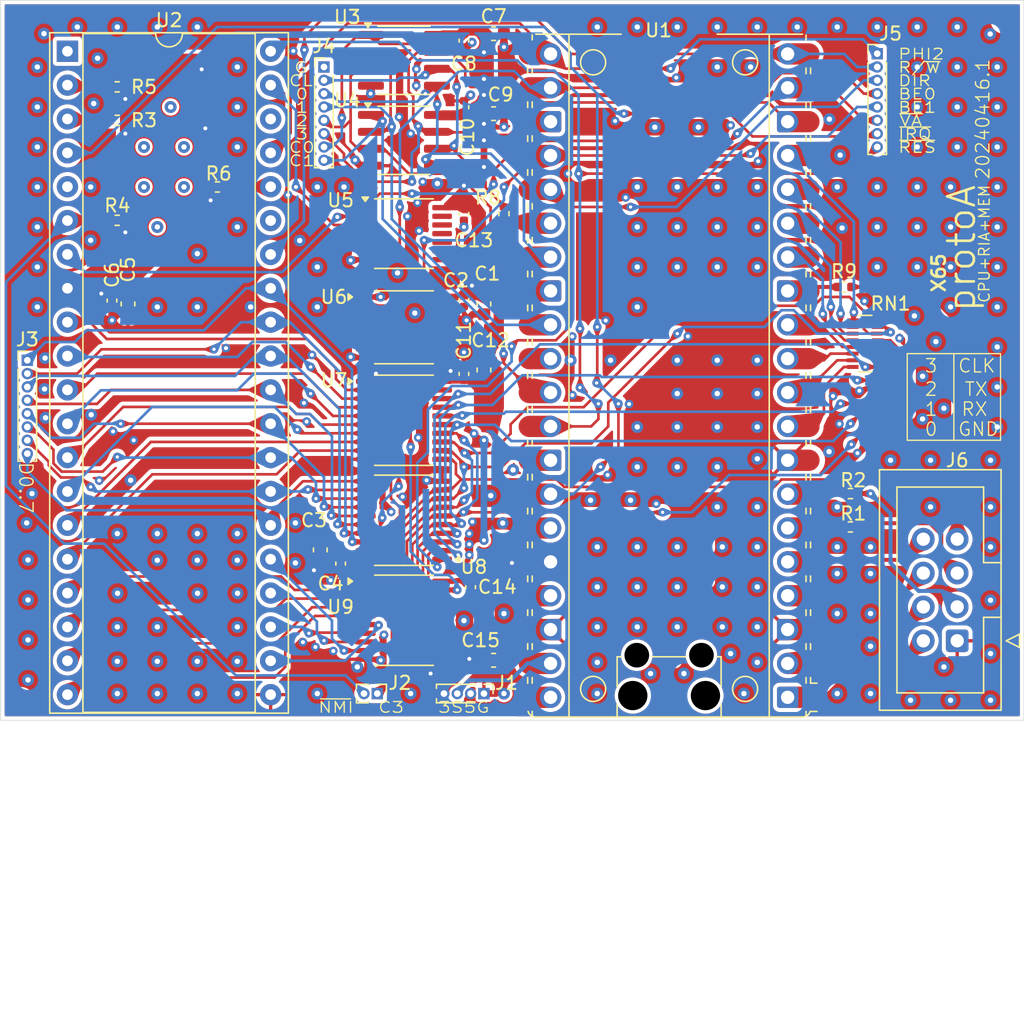
<source format=kicad_pcb>
(kicad_pcb (version 20240108) (generator "pcbnew") (generator_version "8.0")
  (layers (0 "F.Cu" signal) (1 "In1.Cu" signal) (2 "In2.Cu" signal) (31 "B.Cu" signal) (34 "B.Paste" user) (35 "F.Paste" user) (36 "B.SilkS" user "B.Silkscreen") (37 "F.SilkS" user "F.Silkscreen") (38 "B.Mask" user) (39 "F.Mask" user) (44 "Edge.Cuts" user))
  (net 0 "")
  (net 1 "GND")
  (net 2 "+3V3")
  (net 3 "/VSYS")
  (net 4 "+5V")
  (net 5 "/PIX2")
  (net 6 "/PIX1")
  (net 7 "/PIX3")
  (net 8 "/UART_RX_C")
  (net 9 "/UART_TX_C")
  (net 10 "/PIXCLK")
  (net 11 "/PIX0")
  (net 12 "/UART_TX")
  (net 13 "/UART_RX")
  (net 14 "/~{ABORT}")
  (net 15 "/~{NMIB}")
  (net 16 "Net-(U2-RDY)")
  (net 17 "Net-(U2-BE)")
  (net 18 "Net-(U1-GPIO20)")
  (net 19 "/CLK")
  (net 20 "Net-(U1-GPIO29)")
  (net 21 "/A3")
  (net 22 "/A7")
  (net 23 "/BUS4")
  (net 24 "/A2")
  (net 25 "/A1")
  (net 26 "/BUS1")
  (net 27 "/A6")
  (net 28 "/BUS6")
  (net 29 "/OE0")
  (net 30 "/BUS5")
  (net 31 "/A4")
  (net 32 "/BUS2")
  (net 33 "/BUS7")
  (net 34 "/A0")
  (net 35 "/BUS3")
  (net 36 "/A5")
  (net 37 "/BUS0")
  (net 38 "/D6")
  (net 39 "/D4")
  (net 40 "/A10")
  (net 41 "/PHI2")
  (net 42 "/~{RESB}")
  (net 43 "/A8")
  (net 44 "/D3")
  (net 45 "/D0")
  (net 46 "/D2")
  (net 47 "/R~{WB}")
  (net 49 "/A9")
  (net 51 "/A12")
  (net 52 "/A13")
  (net 53 "/~{IRQB}")
  (net 54 "/D5")
  (net 56 "Net-(U2-VPA)")
  (net 58 "/A14")
  (net 59 "Net-(U2-VDA)")
  (net 60 "/D7")
  (net 61 "/A11")
  (net 62 "/D1")
  (net 63 "/A15")
  (net 64 "/BE1")
  (net 66 "/~{VAB}")
  (net 67 "/SIO2")
  (net 68 "/DIR")
  (net 71 "/SIO0")
  (net 73 "/CE0")
  (net 76 "/CE1")
  (net 77 "/SIO1")
  (net 78 "/BE0")
  (net 80 "/SIO3")
  (net 95 "/OE2")
  (net 98 "/OE1")
  (net 100 "Net-(RN1-R8.2)")
  (net 101 "Net-(RN1-R3.2)")
  (net 102 "Net-(RN1-R5.2)")
  (net 103 "Net-(RN1-R2.2)")
  (net 104 "Net-(RN1-R4.2)")
  (net 105 "Net-(RN1-R7.2)")
  (net 106 "Net-(RN1-R1.2)")
  (net 107 "Net-(RN1-R6.2)")
  (net 108 "/VIA_CE")
  (footprint "Connector_PinHeader_1.00mm:PinHeader_1x08_P1.00mm_Vertical" (layer "F.Cu") (at 156.5 31)
    (property "Reference" "J4")
    (property "Value" "MEM_DBG")
  )
  (footprint "Connector_IDC:IDC-Header_2x04_P2.54mm_Vertical" (layer "F.Cu") (at 204 74.04 180)
    (property "Reference" "J6")
    (property "Value" "PIX")
  )
  (footprint "Capacitor_SMD:C_0402_1005Metric" (layer "F.Cu") (at 167.5 70.02 -90)
    (property "Reference" "C14")
    (property "Value" "100n")
  )
  (footprint "Resistor_SMD:R_0402_1005Metric" (layer "F.Cu") (at 195.99 63 180)
    (property "Reference" "R2")
    (property "Value" "220R")
  )
  (footprint "Resistor_SMD:R_0402_1005Metric" (layer "F.Cu") (at 140.99 32.49 180)
    (property "Reference" "R5")
    (property "Value" "56k")
  )
  (footprint "Capacitor_SMD:C_0402_1005Metric" (layer "F.Cu") (at 140.6 48.52 -90)
    (property "Reference" "C6")
    (property "Value" "100n")
  )
  (footprint "Package_SO:SOIC-8_3.9x4.9mm_P1.27mm" (layer "F.Cu") (at 162.5 36.5)
    (property "Reference" "U4")
    (property "Value" "ESP-PSRAM64H")
  )
  (footprint "Capacitor_SMD:C_0402_1005Metric" (layer "F.Cu") (at 167 34.02 90)
    (property "Reference" "C10")
    (property "Value" "100n")
  )
  (footprint "Package_SO:TSSOP-20_4.4x6.5mm_P0.65mm" (layer "F.Cu") (at 162.5 57.5)
    (property "Reference" "U7")
    (property "Value" "74LVC245")
  )
  (footprint "Capacitor_SMD:C_0603_1608Metric" (layer "F.Cu") (at 169.225 34.5)
    (property "Reference" "C9")
    (property "Value" "2u2")
  )
  (footprint "Package_SO:SOIC-8_3.9x4.9mm_P1.27mm" (layer "F.Cu") (at 162.5 30.5)
    (property "Reference" "U3")
    (property "Value" "ESP-PSRAM64H")
  )
  (footprint "Fiducial:Fiducial_1mm_Mask2mm" (layer "F.Cu") (at 133.75 78.5)
    (property "Reference" "FM3" (hide yes))
    (property "Value" "Fiducial")
  )
  (footprint "Capacitor_SMD:C_0603_1608Metric" (layer "F.Cu") (at 168.5 48.775 -90)
    (property "Reference" "C1")
    (property "Value" "2u2")
  )
  (footprint "Capacitor_SMD:C_0402_1005Metric" (layer "F.Cu") (at 167 48.48 -90)
    (property "Reference" "C2")
    (property "Value" "100n")
  )
  (footprint "Connector_PinHeader_1.00mm:PinHeader_1x08_P1.00mm_Vertical" (layer "F.Cu") (at 134.25 53)
    (property "Reference" "J3")
    (property "Value" "DATA_BUS")
  )
  (footprint "Capacitor_SMD:C_0603_1608Metric" (layer "F.Cu") (at 141.8 48.775 90)
    (property "Reference" "C5")
    (property "Value" "2u2")
  )
  (footprint "Package_SO:TSSOP-14_4.4x5mm_P0.65mm" (layer "F.Cu") (at 162.5 43.5)
    (property "Reference" "U5")
    (property "Value" "74LVC02")
  )
  (footprint "Capacitor_SMD:C_0603_1608Metric" (layer "F.Cu") (at 169.225 75.5)
    (property "Reference" "C15")
    (property "Value" "2u2")
  )
  (footprint "Capacitor_SMD:C_0603_1608Metric" (layer "F.Cu") (at 169.225 28.5)
    (property "Reference" "C7")
    (property "Value" "2u2")
  )
  (footprint "Capacitor_SMD:C_0603_1608Metric" (layer "F.Cu") (at 156.225 67.225 90)
    (property "Reference" "C3")
    (property "Value" "2u2")
  )
  (footprint "Package_SO:TSSOP-20_4.4x6.5mm_P0.65mm" (layer "F.Cu") (at 162.5 72.5)
    (property "Reference" "U9")
    (property "Value" "74LVC245")
  )
  (footprint "Capacitor_SMD:C_0603_1608Metric" (layer "F.Cu") (at 168.5 53.725 90)
    (property "Reference" "C12")
    (property "Value" "2u2")
  )
  (footprint "Resistor_SMD:R_0402_1005Metric" (layer "F.Cu") (at 195.99 65.5 180)
    (property "Reference" "R1")
    (property "Value" "220R")
  )
  (footprint "Capacitor_SMD:C_0402_1005Metric" (layer "F.Cu") (at 167 42.02 -90)
    (property "Reference" "C13")
    (property "Value" "100n")
  )
  (footprint "Package_DIP:DIP-40_W15.24mm_Socket" (layer "F.Cu") (at 137.26 29.82)
    (property "Reference" "U2")
    (property "Value" "W65C816SxP")
  )
  (footprint "Package_SO:TSSOP-20_4.4x6.5mm_P0.65mm" (layer "F.Cu") (at 162.5 65 180)
    (property "Reference" "U8")
    (property "Value" "74LVC245")
  )
  (footprint "Package_SO:TSSOP-16_4.4x5mm_P0.65mm" (layer "F.Cu") (at 162.5 50.525)
    (property "Reference" "U6")
    (property "Value" "74LVC139")
  )
  (footprint "Resistor_SMD:R_Array_Convex_8x0602" (layer "F.Cu") (at 197.1 51.75 180)
    (property "Reference" "RN1")
    (property "Value" "330R")
  )
  (footprint "Connector_PinHeader_1.00mm:PinHeader_1x02_P1.00mm_Vertical" (layer "F.Cu") (at 160.5 78 -90)
    (property "Reference" "J2")
    (property "Value" "EXT")
  )
  (footprint "Capacitor_SMD:C_0402_1005Metric" (layer "F.Cu") (at 167 54.02 90)
    (property "Reference" "C11")
    (property "Value" "100n")
  )
  (footprint "Capacitor_SMD:C_0402_1005Metric" (layer "F.Cu") (at 167 29.02 -90)
    (property "Reference" "C8")
    (property "Value" "100n")
  )
  (footprint "Connector_PinHeader_1.00mm:PinHeader_1x08_P1.00mm_Vertical" (layer "F.Cu") (at 198 30)
    (property "Reference" "J5")
    (property "Value" "CPU_DBG")
  )
  (footprint "Resistor_SMD:R_0402_1005Metric" (layer "F.Cu") (at 140.99 35)
    (property "Reference" "R3")
    (property "Value" "56k")
  )
  (footprint "Fiducial:Fiducial_1mm_Mask2mm" (layer "F.Cu") (at 207.5 27.5)
    (property "Reference" "FM2" (hide yes))
    (property "Value" "Fiducial")
  )
  (footprint "Capacitor_SMD:C_0402_1005Metric" (layer "F.Cu") (at 157.75 68.25 -90)
    (property "Reference" "C4")
    (property "Value" "100n")
  )
  (footprint "Resistor_SMD:R_0402_1005Metric" (layer "F.Cu") (at 170 42 90)
    (property "Reference" "R8")
    (property "Value" "22R")
  )
  (footprint "Resistor_SMD:R_0402_1005Metric" (layer "F.Cu") (at 140.99 42.5)
    (property "Reference" "R4")
    (property "Value" "56k")
  )
  (footprint "RaspberryPi_Pico:RaspberryPi_Pico_Common" (layer "F.Cu") (at 182.39 54.15 180)
    (property "Reference" "U1")
    (property "Value" "RP2040-PICO30")
  )
  (footprint "Fiducial:Fiducial_1mm_Mask2mm" (layer "F.Cu") (at 133.75 27.5)
    (property "Reference" "FM1" (hide yes))
    (property "Value" "Fiducial")
  )
  (footprint "Resistor_SMD:R_0402_1005Metric" (layer "F.Cu") (at 195.51 47.5)
    (property "Reference" "R9")
    (property "Value" "22R")
  )
  (footprint "Resistor_SMD:R_0402_1005Metric" (layer "F.Cu") (at 148.51 40)
    (property "Reference" "R6")
    (property "Value" "56k")
  )
  (footprint "Connector_PinHeader_1.00mm:PinHeader_1x04_P1.00mm_Vertical" (layer "F.Cu") (at 168.5 78 -90)
    (property "Reference" "J1")
    (property "Value" "PWR_OUT")
  )
  (gr_line (start 203.75 52.5) (end 203.75 59) (stroke (width 0.1)) (layer "F.SilkS"))
  (gr_line (start 199.7 34.5) (end 201.4 34.5) (stroke (width 0.1)) (layer "F.SilkS"))
  (gr_line (start 201.6 30.6) (end 202.7 30.6) (stroke (width 0.1)) (layer "F.SilkS"))
  (gr_line (start 156.25 78.4) (end 158.5 78.4) (stroke (width 0.1)) (layer "F.SilkS"))
  (gr_line (start 199.7 35.5) (end 202 35.5) (stroke (width 0.1)) (layer "F.SilkS"))
  (gr_line (start 199.7 36.5) (end 202.3 36.5) (stroke (width 0.1)) (layer "F.SilkS"))
  (gr_rect (start 200.25 52.5) (end 207.25 59) (stroke (width 0.1)) (fill none) (layer "F.SilkS"))
  (gr_line (start 209 26) (end 209 80) (stroke (width 0.05)) (layer "Edge.Cuts"))
  (gr_line (start 132.25 26) (end 209 26) (stroke (width 0.05)) (layer "Edge.Cuts"))
  (gr_line (start 209 80) (end 132.25 80) (stroke (width 0.05)) (layer "Edge.Cuts"))
  (gr_line (start 132.25 80) (end 132.25 26) (stroke (width 0.05)) (layer "Edge.Cuts"))
  (gr_text "C3" (at 160.5 79.5 0) (layer "F.SilkS") (effects (font (size 0.8 1) (thickness 0.1)) (justify left bottom)))
  (gr_text "1\n" (at 154.3 34.5 0) (layer "F.SilkS") (effects (font (size 0.8 1) (thickness 0.1)) (justify left bottom)))
  (gr_text "TX" (at 204.5 55.75 0) (layer "F.SilkS") (effects (font (size 1 1) (thickness 0.1)) (justify left bottom)))
  (gr_text "GND" (at 204 58.75 0) (layer "F.SilkS") (effects (font (size 1 1) (thickness 0.1)) (justify left bottom)))
  (gr_text "C1" (at 153.8 38.5 0) (layer "F.SilkS") (effects (font (size 0.8 1) (thickness 0.1)) (justify left bottom)))
  (gr_text "3S5G" (at 165 79.5 0) (layer "F.SilkS") (effects (font (size 0.8 1) (thickness 0.1)) (justify left bottom)))
  (gr_text "NMI" (at 156 79.5 0) (layer "F.SilkS") (effects (font (size 0.8 1) (thickness 0.1)) (justify left bottom)))
  (gr_text "2" (at 201.5 55.75 0) (layer "F.SilkS") (effects (font (size 1 1) (thickness 0.1)) (justify left bottom)))
  (gr_text "20240416.1" (at 206.5 39.5 90) (layer "F.SilkS") (effects (font (size 1 1) (thickness 0.1)) (justify left bottom)))
  (gr_text "CPU+RIA+MEM" (at 206.5 48.75 90) (layer "F.SilkS") (effects (font (size 0.8 0.8) (thickness 0.1)) (justify left bottom)))
  (gr_text "2" (at 154.3 35.5 0) (layer "F.SilkS") (effects (font (size 0.8 1) (thickness 0.1)) (justify left bottom)))
  (gr_text "PHI2" (at 199.5 30.5 0) (layer "F.SilkS") (effects (font (size 0.8 1) (thickness 0.1)) (justify left bottom)))
  (gr_text "CLK" (at 204 54 0) (layer "F.SilkS") (effects (font (size 1 1) (thickness 0.1)) (justify left bottom)))
  (gr_text "R/W" (at 199.5 31.5 0) (layer "F.SilkS") (effects (font (size 0.8 1) (thickness 0.1)) (justify left bottom)))
  (gr_text "RX" (at 204.25 57.25 0) (layer "F.SilkS") (effects (font (size 1 1) (thickness 0.1)) (justify left bottom)))
  (gr_text "BE0" (at 199.5 33.5 0) (layer "F.SilkS") (effects (font (size 0.8 1) (thickness 0.1)) (justify left bottom)))
  (gr_text "3" (at 201.5 54 0) (layer "F.SilkS") (effects (font (size 1 1) (thickness 0.1)) (justify left bottom)))
  (gr_text "BE1" (at 199.5 34.5 0) (layer "F.SilkS") (effects (font (size 0.8 1) (thickness 0.1)) (justify left bottom)))
  (gr_text "RES" (at 199.5 37.5 0) (layer "F.SilkS") (effects (font (size 0.8 1) (thickness 0.1)) (justify left bottom)))
  (gr_text "VA" (at 199.6 35.5 0) (layer "F.SilkS") (effects (font (size 0.8 1) (thickness 0.1)) (justify left bottom)))
  (gr_text "0" (at 201.5 58.75 0) (layer "F.SilkS") (effects (font (size 1 1) (thickness 0.1)) (justify left bottom)))
  (gr_text "X65" (at 203.2 48 90) (layer "F.SilkS") (effects (font (size 1 1) (thickness 0.2) (bold yes)) (justify left bottom)))
  (gr_text "C0" (at 153.8 37.5 0) (layer "F.SilkS") (effects (font (size 0.8 1) (thickness 0.1)) (justify left bottom)))
  (gr_text "IRQ" (at 199.5 36.5 0) (layer "F.SilkS") (effects (font (size 0.8 1) (thickness 0.1)) (justify left bottom)))
  (gr_text "DIR" (at 199.5 32.5 0) (layer "F.SilkS") (effects (font (size 0.8 1) (thickness 0.1)) (justify left bottom)))
  (gr_text "0" (at 154.3 33.5 0) (layer "F.SilkS") (effects (font (size 0.8 1) (thickness 0.1)) (justify left bottom)))
  (gr_text "G" (at 154.2 31.5 0) (layer "F.SilkS") (effects (font (size 0.8 1) (thickness 0.1)) (justify left bottom)))
  (gr_text "D0..7" (at 133.555 60.56 -90) (layer "F.SilkS") (effects (font (size 1 1) (thickness 0.1)) (justify left bottom)))
  (gr_text "3" (at 154.3 36.5 0) (layer "F.SilkS") (effects (font (size 0.8 1) (thickness 0.1)) (justify left bottom)))
  (gr_text "protoA" (at 205.5 49.5 90) (layer "F.SilkS") (effects (font (size 2 2) (thickness 0.2)) (justify left bottom)))
  (gr_text "1" (at 201.5 57.25 0) (layer "F.SilkS") (effects (font (size 1 1) (thickness 0.1)) (justify left bottom)))
  (gr_text "CL" (at 153.8 32.5 0) (layer "F.SilkS") (effects (font (size 0.8 1) (thickness 0.1)) (justify left bottom)))
  (segment (start 167 52.4) (end 167.55 52.95) (width 0.5) (layer "F.Cu") (net 1))
  (segment (start 167 33.54) (end 167.06 33.54) (width 0.3) (layer "F.Cu") (net 1))
  (segment (start 158.55 45.45) (end 158.5 45.5) (width 0.3) (layer "F.Cu") (net 1))
  (segment (start 167 49.8) (end 167 48.96) (width 0.3) (layer "F.Cu") (net 1))
  (segment (start 158.834016 37.981038) (end 158.834016 38.05175) (width 0.5) (layer "F.Cu") (net 1))
  (segment (start 167.2 50) (end 167.65 49.55) (width 0.5) (layer "F.Cu") (net 1))
  (segment (start 157.75 68.73) (end 157.75 68.75) (width 0.5) (layer "F.Cu") (net 1))
  (segment (start 167 29.5) (end 167.257633 29.5) (width 0.5) (layer "F.Cu") (net 1))
  (segment (start 141.8 49.55) (end 141.05 49.55) (width 0.5) (layer "F.Cu") (net 1))
  (segment (start 159.6375 52.8) (end 158.55 52.8) (width 0.3) (layer "F.Cu") (net 1))
  (segment (start 167.257633 29.5) (end 167.602029 29.155604) (width 0.5) (layer "F.Cu") (net 1))
  (segment (start 159.187266 38.405) (end 160.025 38.405) (width 0.5) (layer "F.Cu") (net 1))
  (segment (start 167.06 33.54) (end 167.5 33.1) (width 0.3) (layer "F.Cu") (net 1))
  (segment (start 158.834016 38.05175) (end 159.187266 38.405) (width 0.5) (layer "F.Cu") (net 1))
  (segment (start 194.081436 73.2) (end 191.28 73.2) (width 0.5) (layer "F.Cu") (net 1))
  (segment (start 157.75 68.75) (end 157 69.5) (width 0.5) (layer "F.Cu") (net 1))
  (segment (start 167.65 49.55) (end 168.5 49.55) (width 0.5) (layer "F.Cu") (net 1))
  (segment (start 159.6375 60.425) (end 160.675 60.425) (width 0.3) (layer "F.Cu") (net 1))
  (segment (start 165.3625 62.075) (end 164.275 62.075) (width 0.3) (layer "F.Cu") (net 1))
  (segment (start 167 42.5) (end 167 43) (width 0.5) (layer "F.Cu") (net 1))
  (segment (start 159.6375 45.45) (end 158.55 45.45) (width 0.3) (layer "F.Cu") (net 1))
  (segment (start 160.025 32.975) (end 160 33) (width 0.5) (layer "F.Cu") (net 1))
  (segment (start 159.6375 48.25) (end 160.75 48.25) (width 0.3) (layer "F.Cu") (net 1))
  (segment (start 160.025 32.405) (end 160.025 32.975) (width 0.5) (layer "F.Cu") (net 1))
  (segment (start 167 52.4) (end 167 53.54) (width 0.3) (layer "F.Cu") (net 1))
  (segment (start 170 28.5) (end 170 29.5) (width 0.5) (layer "F.Cu") (net 1))
  (segment (start 164.275 62.075) (end 164.2 62) (width 0.3) (layer "F.Cu") (net 1))
  (segment (start 167.5 70.5) (end 167.4 70.6) (width 0.5) (layer "F.Cu") (net 1))
  (segment (start 141.05 49.55) (end 140.6 50) (width 0.5) (layer "F.Cu") (net 1))
  (segment (start 167.2 50) (end 167 49.8) (width 0.3) (layer "F.Cu") (net 1))
  (segment (start 140.6 49) (end 140.6 50) (width 0.5) (layer "F.Cu") (net 1))
  (segment (start 158.55 52.8) (end 158.5 52.75) (width 0.3) (layer "F.Cu") (net 1))
  (segment (start 194.094182 73.187254) (end 194.081436 73.2) (width 0.5) (layer "F.Cu") (net 1))
  (segment (start 167.55 52.95) (end 168.5 52.95) (width 0.5) (layer "F.Cu") (net 1))
  (segment (start 169.4 78) (end 168.5 78) (width 0.5) (layer "F.Cu") (net 1))
  (segment (start 170 34.5) (end 170 35.5) (width 0.5) (layer "F.Cu") (net 1))
  (segment (start 167.4 70.6) (end 167.4 71.2) (width 0.5) (layer "F.Cu") (net 1))
  (segment (start 160.675 60.425) (end 160.75 60.5) (width 0.3) (layer "F.Cu") (net 1))
  (segment (start 160.682929 75.425) (end 160.757929 75.5) (width 0.3) (layer "F.Cu") (net 1))
  (segment (start 159.6375 75.425) (end 160.682929 75.425) (width 0.3) (layer "F.Cu") (net 1))
  (via (at 170 78) (size 0.9) (drill 0.4) (layers "F.Cu" "B.Cu") (net 1))
  (via (at 198 46) (size 0.9) (drill 0.4) (layers "F.Cu" "B.Cu") (net 1))
  (via (at 195.21923 37.610219) (size 0.9) (drill 0.4) (layers "F.Cu" "B.Cu") (net 1))
  (via (at 189 67) (size 0.9) (drill 0.4) (layers "F.Cu" "B.Cu") (net 1))
  (via (at 180 46) (size 0.9) (drill 0.4) (layers "F.Cu" "B.Cu") (net 1))
  (via (at 180 49) (size 0.9) (drill 0.4) (layers "F.Cu" "B.Cu") (net 1))
  (via (at 141 78) (size 0.9) (drill 0.4) (layers "F.Cu" "B.Cu") (net 1))
  (via (at 134.301098 76.977472) (size 0.9) (drill 0.4) (layers "F.Cu" "B.Cu") (net 1))
  (via (at 175 53) (size 0.9) (drill 0.4) (layers "F.Cu" "B.Cu") (net 1))
  (via (at 140.677992 58.335) (size 0.65) (drill 0.3) (layers "F.Cu" "B.Cu") (net 1))
  (via (at 135 34) (size 0.9) (drill 0.4) (layers "F.Cu" "B.Cu") (net 1))
  (via (at 163.632416 43.285396) (size 0.65) (drill 0.3) (layers "F.Cu" "B.Cu") (net 1))
  (via (at 206.5 75) (size 0.9) (drill 0.4) (layers "F.Cu" "B.Cu") (net 1))
  (via (at 189.008412 60.385855) (size 0.9) (drill 0.4) (layers "F.Cu" "B.Cu") (net 1))
  (via (at 183 73) (size 0.9) (drill 0.4) (layers "F.Cu" "B.Cu") (net 1))
  (via (at 167 43) (size 0.7) (drill 0.3) (layers "F.Cu" "B.Cu") (net 1))
  (via (at 195 64) (size 0.9) (drill 0.4) (layers "F.Cu" "B.Cu") (net 1))
  (via (at 206.5 67) (size 0.9) (drill 0.4) (layers "F.Cu" "B.Cu") (net 1))
  (via (at 155 56.2) (size 0.65) (drill 0.3) (layers "F.Cu" "B.Cu") (net 1))
  (via (at 199 60.5) (size 0.9) (drill 0.4) (layers "F.Cu" "B.Cu") (net 1))
  (via (at 150.018543 70.476648) (size 0.9) (drill 0.4) (layers "F.Cu" "B.Cu") (net 1))
  (via (at 207 58) (size 0.9) (drill 0.4) (layers "F.Cu" "B.Cu") (net 1))
  (via (at 163 78) (size 0.9) (drill 0.4) (layers "F.Cu" "B.Cu") (net 1))
  (via (at 192 28) (size 0.9) (drill 0.4) (layers "F.Cu" "B.Cu") (net 1))
  (via (at 139.230653 33.74125) (size 0.9) (drill 0.4) (layers "F.Cu" "B.Cu") (net 1))
  (via (at 180 70) (size 0.9) (drill 0.4) (layers "F.Cu" "B.Cu") (net 1))
  (via (at 183 46) (size 0.9) (drill 0.4) (layers "F.Cu" "B.Cu") (net 1))
  (via (at 141 66) (size 0.9) (drill 0.4) (layers "F.Cu" "B.Cu") (net 1))
  (via (at 141.018543 70.476648) (size 0.9) (drill 0.4) (layers "F.Cu" "B.Cu") (net 1))
  (via (at 170 29.5) (size 0.7) (drill 0.3) (layers "F.Cu" "B.Cu") (net 1))
  (via (at 207 49) (size 0.9) (drill 0.4) (layers "F.Cu" "B.Cu") (net 1))
  (via (at 188 78) (size 0.9) (drill 0.4) (layers "F.Cu" "B.Cu") (net 1))
  (via (at 180 43) (size 0.9) (drill 0.4) (layers "F.Cu" "B.Cu") (net 1))
  (via (at 163.575 58.8) (size 0.65) (drill 0.3) (layers "F.Cu" "B.Cu") (net 1))
  (via (at 189 46) (size 0.9) (drill 0.4) (layers "F.Cu" "B.Cu") (net 1))
  (via (at 207 55) (size 0.9) (drill 0.4) (layers "F.Cu" "B.Cu") (net 1))
  (via (at 200.5 78.5) (size 0.9) (drill 0.4) (layers "F.Cu" "B.Cu") (net 1))
  (via (at 154.355934 65.201318) (size 0.9) (drill 0.4) (layers "F.Cu" "B.Cu") (net 1))
  (via (at 189 70) (size 0.9) (drill 0.4) (layers "F.Cu" "B.Cu") (net 1))
  (via (at 207 37) (size 0.9) (drill 0.4) (layers "F.Cu" "B.Cu") (net 1))
  (via (at 186 58) (size 0.9) (drill 0.4) (layers "F.Cu" "B.Cu") (net 1))
  (via (at 187.001599 35.37422) (size 0.65) (drill 0.3) (layers "F.Cu" "B.Cu") (net 1))
  (via (at 144 49) (size 0.9) (drill 0.4) (layers "F.Cu" "B.Cu") (net 1))
  (via (at 167.602029 29.155604) (size 0.7) (drill 0.3) (layers "F.Cu" "B.Cu") (net 1))
  (via (at 197.5 67) (size 0.9) (drill 0.4) (layers "F.Cu" "B.Cu") (net 1))
  (via (at 197.5 78) (size 0.9) (drill 0.4) (layers "F.Cu" "B.Cu") (net 1))
  (via (at 168.5 66.5) (size 0.7) (drill 0.3) (layers "F.Cu" "B.Cu") (net 1))
  (via (at 201 28) (size 0.9) (drill 0.4) (layers "F.Cu" "B.Cu") (net 1))
  (via (at 177 73) (size 0.9) (drill 0.4) (layers "F.Cu" "B.Cu") (net 1))
  (via (at 135 37) (size 0.9) (drill 0.4) (layers "F.Cu" "B.Cu") (net 1))
  (via (at 147 78) (size 0.9) (drill 0.4) (layers "F.Cu" "B.Cu") (net 1))
  (via (at 159 76) (size 0.9) (drill 0.4) (layers "F.Cu" "B.Cu") (net 1))
  (via (at 167.4 67.6) (size 0.65) (drill 0.3) (layers "F.Cu" "B.Cu") (net 1))
  (via (at 135.5 28.5) (size 0.9) (drill 0.4) (layers "F.Cu" "B.Cu") (net 1))
  (via (at 206.474693 28.525307) (size 0.9) (drill 0.4) (layers "F.Cu" "B.Cu") (net 1))
  (via (at 189 55.5) (size 0.9) (drill 0.4) (layers "F.Cu" "B.Cu") (net 1))
  (via (at 146.999999 75.584615) (size 0.9) (drill 0.4) (layers "F.Cu" "B.Cu") (net 1))
  (via (at 194.413357 34.914815) (size 0.9) (drill 0.4) (layers "F.Cu" "B.Cu") (net 1))
  (via (at 179.5 63.5) (size 0.9) (drill 0.4) (layers "F.Cu" "B.Cu") (net 1))
  (via (at 177.004555 75.658486) (size 0.9) (drill 0.4) (layers "F.Cu" "B.Cu") (net 1))
  (via (at 194.684313 55.684313) (size 0.65) (drill 0.3) (layers "F.Cu" "B.Cu") (net 1))
  (via (at 204 34) (size 0.9) (drill 0.4) (layers "F.Cu" "B.Cu") (net 1))
  (via (at 196.515231 59.965896) (size 0.65) (drill 0.3) (layers "F.Cu" "B.Cu") (net 1))
  (via (at 201 40) (size 0.9) (drill 0.4) (layers "F.Cu" "B.Cu") (net 1))
  (via (at 175.135993 55.616103) (size 0.65) (drill 0.3) (layers "F.Cu" "B.Cu") (net 1))
  (via (at 180 58) (size 0.9) (drill 0.4) (layers "F.Cu" "B.Cu") (net 1))
  (via (at 135 40) (size 0.9) (drill 0.4) (layers "F.Cu" "B.Cu") (net 1))
  (via (at 203 56.6) (size 0.9) (drill 0.4) (layers "F.Cu" "B.Cu") (net 1))
  (via (at 179.129946 40.79073) (size 0.65) (drill 0.3) (layers "F.Cu" "B.Cu") (net 1))
  (via (at 139 40) (size 0.9) (drill 0.4) (layers "F.Cu" "B.Cu") (net 1))
  (via (at 150 37) (size 0.9) (drill 0.4) (layers "F.Cu" "B.Cu") (net 1))
  (via (at 184.584725 35.516813) (size 0.9) (drill 0.4) (layers "F.Cu" "B.Cu") (net 1))
  (via (at 170.684505 61.223846) (size 0.9) (drill 0.4) (layers "F.Cu" "B.Cu") (net 1))
  (via (at 147 49) (size 0.9) (drill 0.4) (layers "F.Cu" "B.Cu") (net 1))
  (via (at 198 40) (size 0.9) (drill 0.4) (layers "F.Cu" "B.Cu") (net 1))
  (via (at 186.37972 66.999999) (size 0.9) (drill 0.4) (layers "F.Cu" "B.Cu") (net 1))
  (via (at 207 46) (size 0.9) (drill 0.4) (layers "F.Cu" "B.Cu") (net 1))
  (via (at 147.018543 70.476648) (size 0.9) (drill 0.4) (layers "F.Cu" "B.Cu") (net 1))
  (via (at 135.580492 52.83288) (size 0.9) (drill 0.4) (layers "F.Cu" "B.Cu") (net 1))
  (via (at 158.5 52.75) (size 0.7) (drill 0.3) (layers "F.Cu" "B.Cu") (net 1))
  (via (at 167.628579 65.110195) (size 0.65) (drill 0.3) (layers "F.Cu" "B.Cu") (net 1))
  (via (at 177 70) (size 0.9) (drill 0.4) (layers "F.Cu" "B.Cu") (net 1))
  (via (at 186 40) (size 0.9) (drill 0.4) (layers "F.Cu" "B.Cu") (net 1))
  (via (at 134.2 65.2) (size 0.9) (drill 0.4) (layers "F.Cu" "B.Cu") (net 1))
  (via (at 201 46) (size 0.9) (drill 0.4) (layers "F.Cu" "B.Cu") (net 1))
  (via (at 203.5 49) (size 0.9) (drill 0.4) (layers "F.Cu" "B.Cu") (net 1))
  (via (at 197.5 72) (size 0.9) (drill 0.4) (layers "F.Cu" "B.Cu") (net 1))
  (via (at 195 67) (size 0.9) (drill 0.4) (layers "F.Cu" "B.Cu") (net 1))
  (via (at 162.4 63.241052) (size 0.65) (drill 0.3) (layers "F.Cu" "B.Cu") (net 1))
  (via (at 203.5 46) (size 0.9) (drill 0.4) (layers "F.Cu" "B.Cu") (net 1))
  (via (at 199.674571 51.336762) (size 0.65) (drill 0.3) (layers "F.Cu" "B.Cu") (net 1))
  (via (at 181 76.5) (size 0.9) (drill 0.4) (layers "F.Cu" "B.Cu") (net 1))
  (via (at 177.776805 61.602063) (size 0.65) (drill 0.3) (layers "F.Cu" "B.Cu") (net 1))
  (via (at 167 52.4) (size 0.7) (drill 0.3) (layers "F.Cu" "B.Cu") (net 1))
  (via (at 183 43) (size 0.9) (drill 0.4) (layers "F.Cu" "B.Cu") (net 1))
  (via (at 138 28) (size 0.9) (drill 0.4) (layers "F.Cu" "B.Cu") (net 1))
  (via (at 188.5 31) (size 0.9) (drill 0.4) (layers "F.Cu" "B.Cu") (net 1))
  (via (at 207 31) (size 0.9) (drill 0.4) (layers "F.Cu" "B.Cu") (net 1))
  (via (at 135 43) (size 0.9) (drill 0.4) (layers "F.Cu" "B.Cu") (net 1))
  (via (at 186 43) (size 0.9) (drill 0.4) (layers "F.Cu" "B.Cu") (net 1))
  (via (at 183 61) (size 0.9) (drill 0.4) (layers "F.Cu" "B.Cu") (net 1))
  (via (at 143.999999 75.584615) (size 0.9) (drill 0.4) (layers "F.Cu" "B.Cu") (net 1))
  (via (at 169.00978 63.14978) (size 0.9) (drill 0.4) (layers "F.Cu" "B.Cu") (net 1))
  (via (at 135.540898 55.156297) (size 0.9) (drill 0.4) (layers "F.Cu" "B.Cu") (net 1))
  (via (at 178 53) (size 0.9) (drill 0.4) (layers "F.Cu" "B.Cu") (net 1))
  (via (at 164.2 62) (size 0.7) (drill 0.3) (layers "F.Cu" "B.Cu") (net 1))
  (via (at 165.008412 39.739199) (size 0.9) (drill 0.4) (layers "F.Cu" "B.Cu") (net 1))
  (via (at 150 34) (size 0.9) (drill 0.4) (layers "F.Cu" "B.Cu") (net 1))
  (via (at 180 67) (size 0.9) (drill 0.4) (layers "F.Cu" "B.Cu") (net 1))
  (via (at 161 73.6) (size 0.65) (drill 0.3) (layers "F.Cu" "B.Cu") (net 1))
  (via (at 203.5 43) (size 0.9) (drill 0.4) (layers "F.Cu" "B.Cu") (net 1))
  (via (at 183 28) (size 0.9) (drill 0.4) (layers "F.Cu" "B.Cu") (net 1))
  (via (at 156 40) (size 0.9) (drill 0.4) (layers "F.Cu" "B.Cu") (net 1))
  (via (at 144 78) (size 0.9) (drill 0.4) (layers "F.Cu" "B.Cu") (net 1))
  (via (at 149.999999 75.584615) (size 0.9) (drill 0.4) (layers "F.Cu" "B.Cu") (net 1))
  (via (at 183 53) (size 0.9) (drill 0.4) (layers "F.Cu" "B.Cu") (net 1))
  (via (at 167.5 33.1) (size 0.7) (drill 0.3) (layers "F.Cu" "B.Cu") (net 1))
  (via (at 157 69.5) (size 0.7) (drill 0.3) (layers "F.Cu" "B.Cu") (net 1))
  (via (at 160.757929 75.5) (size 0.7) (drill 0.3) (layers "F.Cu" "B.Cu") (net 1))
  (via (at 180 28) (size 0.9) (drill 0.4) (layers "F.Cu" "B.Cu") (net 1))
  (via (at 154.679169 44.017964) (size 0.9) (drill 0.4) (layers "F.Cu" "B.Cu") (net 1))
  (via (at 177 78) (size 0.9) (drill 0.4) (layers "F.Cu" "B.Cu") (net 1))
  (via (at 201.4 54.2) (size 0.9) (drill 0.4) (layers "F.Cu" "B.Cu") (net 1))
  (via (at 144 73) (size 0.9) (drill 0.4) (layers "F.Cu" "B.Cu") (net 1))
  (via (at 189 53) (size 0.9) (drill 0.4) (layers "F.Cu" "B.Cu") (net 1))
  (via (at 183 55.5) (size 0.9) (drill 0.4) (layers "F.Cu" "B.Cu") (net 1))
  (via (at 150 66) (size 0.9) (drill 0.4) (layers "F.Cu" "B.Cu") (net 1))
  (via (at 183 40) (size 0.9) (drill 0.4) (layers "F.Cu" "B.Cu") (net 1))
  (via (at 207 43) (size 0.9) (drill 0.4) (layers "F.Cu" "B.Cu") (net 1))
  (via (at 204 28) (size 0.9) (drill 0.4) (layers "F.Cu" "B.Cu") (net 1))
  (via (at 180 40) (size 0.9) (drill 0.4) (layers "F.Cu" "B.Cu") (net 1))
  (via (at 155.6 52.6) (size 0.65) (drill 0.3) (layers "F.Cu" "B.Cu") (net 1))
  (via (at 163.511598 41.185996) (size 0.65) (drill 0.3) (layers "F.Cu" "B.Cu") (net 1))
  (via (at 150 73) (size 0.9) (drill 0.4) (layers "F.Cu" "B.Cu") (net 1))
  (via (at 201.4 57.4) (size 0.9) (drill 0.4) (layers "F.Cu" "B.Cu") (net 1))
  (via (at 139 44) (size 0.9) (drill 0.4) (layers "F.Cu" "B.Cu") (net 1))
  (via (at 174.799997 39) (size 0.65) (drill 0.3) (layers "F.Cu" "B.Cu") (net 1))
  (via (at 144 28) (size 0.9) (drill 0.4) (layers "F.Cu" "B.Cu") (net 1))
  (via (at 197.5 69) (size 0.9) (drill 0.4) (layers "F.Cu" "B.Cu") (net 1))
  (via (at 157.200691 74.808305) (size 0.65) (drill 0.3) (layers "F.Cu" "B.Cu") (net 1))
  (via (at 145 34) (size 0.9) (drill 0.4) (layers "F.Cu" "B.Cu") (net 1))
  (via (at 143 37) (size 0.9) (drill 0.4) (layers "F.Cu" "B.Cu") (net 1))
  (via (at 150 31) (size 0.9) (drill 0.4) (layers "F.Cu" "B.Cu") (net 1))
  (via (at 163.315714 49.458901) (size 0.9) (drill 0.4) (layers "F.Cu" "B.Cu") (net 1))
  (via (at 206.5 78.5) (size 0.9) (drill 0.4) (layers "F.Cu" "B.Cu") (net 1))
  (via (at 178.338998 35.052) (size 0.65) (drill 0.3) (layers "F.Cu" "B.Cu") (net 1))
  (via (at 195 72) (size 0.9) (drill 0.4) (layers "F.Cu" "B.Cu") (net 1))
  (via (at 186 31) (size 0.9) (drill 0.4) (layers "F.Cu" "B.Cu") (net 1))
  (via (at 180 61) (size 0.9) (drill 0.4) (layers "F.Cu" "B.Cu") (net 1))
  (via (at 141 73) (size 0.9) (drill 0.4) (layers "F.Cu" "B.Cu") (net 1))
  (via (at 203.5 78.5) (size 0.9) (drill 0.4) (layers "F.Cu" "B.Cu") (net 1))
  (via (at 158.834016 37.981038) (size 0.7) (drill 0.3) (layers "F.Cu" "B.Cu") (net 1))
  (via (at 139.040217 57.085348) (size 0.9) (drill 0.4) (layers "F.Cu" "B.Cu") (net 1))
  (via (at 183 67) (size 0.9) (drill 0.4) (layers "F.Cu" "B.Cu") (net 1))
  (via (at 160 33) (size 0.7) (drill 0.3) (layers "F.Cu" "B.Cu") (net 1))
  (via (at 142 62) (size 0.9) (drill 0.4) (layers "F.Cu" "B.Cu") (net 1))
  (via (at 195 78) (size 0.9) (drill 0.4) (layers "F.Cu" "B.Cu") (net 1))
  (via (at 158.5 45.5) (size 0.7) (drill 0.3) (layers "F.Cu" "B.Cu") (net 1))
  (via (at 144 43) (size 0.9) (drill 0.4) (layers "F.Cu" "B.Cu") (net 1))
  (via (at 170 72) (size 0.9) (drill 0.4) (layers "F.Cu" "B.Cu") (net 1))
  (via (at 147 45) (size 0.9) (drill 0.4) (layers "F.Cu" "B.Cu") (net 1))
  (via (at 156 46) (size 0.9) (drill 0.4) (layers "F.Cu" "B.Cu") (net 1))
  (via (at 139.520045 30.340887) (size 0.9) (drill 0.4) (layers "F.Cu" "B.Cu") (net 1))
  (via (at 189.065687 38.065687) (size 0.65) (drill 0.3) (layers "F.Cu" "B.Cu") (net 1))
  (via (at 181.31901 35.516813) (size 0.9) (drill 0.4) (layers "F.Cu" "B.Cu") (net 1))
  (via (at 141 28) (size 0.9) (drill 0.4) (layers "F.Cu" "B.Cu") (net 1))
  (via (at 202.4 51.6) (size 0.9) (drill 0.4) (layers "F.Cu" "B.Cu") (net 1))
  (via (at 197.04281 48.557189) (size 0.65) (drill 0.3) (layers "F.Cu" "B.Cu") (net 1))
  (via (at 177 28) (size 0.9) (drill 0.4) (layers "F.Cu" "B.Cu") (net 1))
  (via (at 207 52) (size 0.9) (drill 0.4) (layers "F.Cu" "B.Cu") (net 1))
  (via (at 201 37) (size 0.9) (drill 0.4) (layers "F.Cu" "B.Cu") (net 1))
  (via (at 186 28) (size 0.9) (drill 0.4) (layers "F.Cu" "B.Cu") (net 1))
  (via (at 195 40) (size 0.9) (drill 0.4) (layers "F.Cu" "B.Cu") (net 1))
  (via (at 134.301098 70.977472) (size 0.9) (drill 0.4) (layers "F.Cu" "B.Cu") (net 1))
  (via (at 187 75) (size 0.9) (drill 0.4) (layers "F.Cu" "B.Cu") (net 1))
  (via (at 140.999999 75.584615) (size 0.9) (drill 0.4) (layers "F.Cu" "B.Cu") (net 1))
  (via (at 156 78) (size 0.9) (drill 0.4) (layers "F.Cu" "B.Cu") (net 1))
  (via (at 163 36) (size 0.65) (drill 0.3) (layers "F.Cu" "B.Cu") (net 1))
  (via (at 180 73) (size 0.9) (drill 0.4) (layers "F.Cu" "B.Cu") (net 1))
  (via (at 150 68) (size 0.9) (drill 0.4) (layers "F.Cu" "B.Cu") (net 1))
  (via (at 155.858399 74.505464) (size 0.65) (drill 0.3) (layers "F.Cu" "B.Cu") (net 1))
  (via (at 150 78) (size 0.9) (drill 0.4) (layers "F.Cu" "B.Cu") (net 1))
  (via (at 147 66) (size 0.9) (drill 0.4) (layers "F.Cu" "B.Cu") (net 1))
  (via (at 139.640002 62.019998) (size 0.65) (drill 0.3) (layers "F.Cu" "B.Cu") (net 1))
  (via (at 196.656893 55.284467) (size 0.65) (drill 0.3) (layers "F.Cu" "B.Cu") (net 1))
  (via (at 202 64) (size 0.9) (drill 0.4) (layers "F.Cu" "B.Cu") (net 1))
  (via (at 201 31) (size 0.9) (drill 0.4) (layers "F.Cu" "B.Cu") (net 1))
  (via (at 186.37972 69.999999) (size 0.9) (drill 0.4) (layers "F.Cu" "B.Cu") (net 1))
  (via (at 207 34) (size 0.9) (drill 0.4) (layers "F.Cu" "B.Cu") (net 1))
  (via (at 186.37972 72.999999) (size 0.9) (drill 0.4) (layers "F.Cu" "B.Cu") (net 1))
  (via (at 135 49) (size 0.9) (drill 0.4) (layers "F.Cu" "B.Cu") (net 1))
  (via (at 155.2 57.6) (size 0.65) (drill 0.3) (layers "F.Cu" "B.Cu") (net 1))
  (via (at 203.5 40) (size 0.9) (drill 0.4) (layers "F.Cu" "B.Cu") (net 1))
  (via (at 203 76) (size 0.9) (drill 0.4) (layers "F.Cu" "B.Cu") (net 1))
  (via (at 189 58) (size 0.9) (drill 0.4) (layers "F.Cu" "B.Cu") (net 1))
  (via (at 202 60.5) (size 0.9) (drill 0.4) (layers "F.Cu" "B.Cu") (net 1))
  (via (at 183 70) (size 0.9) (drill 0.4) (layers "F.Cu" "B.Cu") (net 1))
  (via (at 189 43) (size 0.9) (drill 0.4) (layers "F.Cu" "B.Cu") (net 1))
  (via (at 189 73) (size 0.9) (drill 0.4) (layers "F.Cu" "B.Cu") (net 1))
  (via (at 161.539868 64.373715) (size 0.65) (drill 0.3) (layers "F.Cu" "B.Cu") (net 1))
  (via (at 206.5 60.5) (size 0.9) (drill 0.4) (layers "F.Cu" "B.Cu") (net 1))
  (via (at 204 37) (size 0.9) (drill 0.4) (layers "F.Cu" "B.Cu") (net 1))
  (via (at 170 35.5) (size 0.7) (drill 0.3) (layers "F.Cu" "B.Cu") (net 1))
  (via (at 183 58) (size 0.9) (drill 0.4) (layers "F.Cu" "B.Cu") (net 1))
  (via (at 156 49) (size 0.9) (drill 0.4) (layers "F.Cu" "B.Cu") (net 1))
  (via (at 198 43) (size 0.9) (drill 0.4) (layers "F.Cu" "B.Cu") (net 1))
  (via (at 135.616425 57.311907) (size 0.9) (drill 0.4) (layers "F.Cu" "B.Cu") (net 1))
  (via (at 177.63499 50.013387) (size 0.65) (drill 0.3) (layers "F.Cu" "B.Cu") (net 1))
  (via (at 140.6 50) (size 0.65) (drill 0.3) (layers "F.Cu" "B.Cu") (net 1))
  (via (at 186 64) (size 0.9) (drill 0.4) (layers "F.Cu" "B.Cu") (net 1))
  (via (at 186 61) (size 0.9) (drill 0.4) (layers "F.Cu" "B.Cu") (net 1))
  (via (at 154.355934 68.201318) (size 0.9) (drill 0.4) (layers "F.Cu" "B.Cu") (net 1))
  (via (at 207 40) (size 0.9) (drill 0.4) (layers "F.Cu" "B.Cu") (net 1))
  (via (at 206.5 64) (size 0.9) (drill 0.4) (layers "F.Cu" "B.Cu") (net 1))
  (via (at 163.909435 39.608739) (size 0.65) (drill 0.3) (layers "F.Cu" "B.Cu") (net 1))
  (via (at 195 69) (size 0.9) (drill 0.4) (layers "F.Cu" "B.Cu") (net 1))
  (via (at 150 43) (size 0.9) (drill 0.4) (layers "F.Cu" "B.Cu") (net 1))
  (via (at 201 43) (size 0.9) (drill 0.4) (layers "F.Cu" "B.Cu") (net 1))
  (via (at 158 40) (size 0.9) (drill 0.4) (layers "F.Cu" "B.Cu") (net 1))
  (via (at 162.138287 34.750898) (size 0.65) (drill 0.3) (layers "F.Cu" "B.Cu") (net 1))
  (via (at 142.228295 58.998742) (size 0.65) (drill 0.3) (layers "F.Cu" "B.Cu") (net 1))
  (via (at 162.017802 46.444395) (size 0.9) (drill 0.4) (layers "F.Cu" "B.Cu") (net 1))
  (via (at 162.758109 42.2) (size 0.65) (drill 0.3) (layers "F.Cu" "B.Cu") (net 1))
  (via (at 163.422528 32.4) (size 0.65) (drill 0.3) (layers "F.Cu" "B.Cu") (net 1))
  (via (at 198 28) (size 0.9) (drill 0.4) (layers "F.Cu" "B.Cu") (net 1))
  (via (at 175.124739 51.215129) (size 0.65) (drill 0.3) (layers "F.Cu" "B.Cu") (net 1))
  (via (at 146 37) (size 0.9) (drill 0.4) (layers "F.Cu" "B.Cu") (net 1))
  (via (at 169.910241 65.212149) (size 0.9) (drill 0.4) (layers "F.Cu" "B.Cu") (net 1))
  (via (at 182.924001 31.798401) (size 0.65) (drill 0.3) (layers "F.Cu" "B.Cu") (net 1))
  (via (at 143 40) (size 0.9) (drill 0.4) (layers "F.Cu" "B.Cu") (net 1))
  (via (at 177 67) (size 0.9) (drill 0.4) (layers "F.Cu" "B.Cu") (net 1))
  (via (at 195.361756 43.075716) (size 0.9) (drill 0.4) (layers "F.Cu" "B.Cu") (net 1))
  (via (at 153.8 40.6) (size 0.65) (drill 0.3) (layers "F.Cu" "B.Cu") (net 1))
  (via (at 147 68) (size 0.9) (drill 0.4) (layers "F.Cu" "B.Cu") (net 1))
  (via (at 135 31) (size 0.9) (drill 0.4) (layers "F.Cu" "B.Cu") (net 1))
  (via (at 204 31) (size 0.9) (drill 0.4) (layers "F.Cu" "B.Cu") (net 1))
  (via (at 134.301098 67.977472) (size 0.9) (drill 0.4) (layers "F.Cu" "B.Cu") (net 1))
  (via (at 181.422416 63.763854) (size 0.65) (drill 0.3) (layers "F.Cu" "B.Cu") (net 1))
  (via (at 195.162911 57.773915) (size 0.65) (drill 0.3) (layers "F.Cu" "B.Cu") (net 1))
  (via (at 186 46) (size 0.9) (drill 0.4) (layers "F.Cu" "B.Cu") (net 1))
  (via (at 154.2 29.8) (size 0.65) (drill 0.3) (layers "F.Cu" "B.Cu") (net 1))
  (via (at 183.5 76.5) (size 0.9) (drill 0.4) (layers "F.Cu" "B.Cu") (net 1))
  (via (at 200.787692 49.668241) (size 0.9) (drill 0.4) (layers "F.Cu" "B.Cu") (net 1))
  (via (at 167.75703 58.497371) (size 0.65) (drill 0.3) (layers "F.Cu" "B.Cu") (net 1))
  (via (at 134.6 63) (size 0.9) (drill 0.4) (layers "F.Cu" "B.Cu") (net 1))
  (via (at 201 34) (size 0.9) (drill 0.4) (layers "F.Cu" "B.Cu") (net 1))
  (via (at 197.5 74.454175) (size 0.9) (drill 0.4) (layers "F.Cu" "B.Cu") (net 1))
  (via (at 147 28) (size 0.9) (drill 0.4) (layers "F.Cu" "B.Cu") (net 1))
  (via (at 183.8 51.2) (size 0.65) (drill 0.3) (layers "F.Cu" "B.Cu") (net 1))
  (via (at 186 53) (size 0.9) (drill 0.4) (layers "F.Cu" "B.Cu") (net 1))
  (via (at 194.3891 59.851003) (size 0.9) (drill 0.4) (layers "F.Cu" "B.Cu") (net 1))
  (via (at 189 28) (size 0.9) (drill 0.4) (layers "F.Cu" "B.Cu") (net 1))
  (via (at 134.301098 73.977472) (size 0.9) (drill 0.4) (layers "F.Cu" "B.Cu") (net 1))
  (via (at 167.4 66) (size 0.65) (drill 0.3) (layers "F.Cu" "B.Cu") (net 1))
  (via (at 206.5 71) (size 0.9) (drill 0.4) (layers "F.Cu" "B.Cu") (net 1))
  (via (at 168.5 59) (size 0.7) (drill 0.3) (layers "F.Cu" "B.Cu") (net 1))
  (via (at 151 49) (size 0.9) (drill 0.4) (layers "F.Cu" "B.Cu") (net 1))
  (via (at 163.434358 31.156238) (size 0.65) (drill 0.3) (layers "F.Cu" "B.Cu") (net 1))
  (via (at 189.004555 75.658486) (size 0.9) (drill 0.4) (layers "F.Cu" "B.Cu") (net 1))
  (via (at 160.75 48.25) (size 0.7) (drill 0.3) (layers "F.Cu" "B.Cu") (net 1))
  (via (at 195 28) (size 0.9) (drill 0.4) (layers "F.Cu" "B.Cu") (net 1))
  (via (at 144 68) (size 0.9) (drill 0.4) (layers "F.Cu" "B.Cu") (net 1))
  (via (at 149.150248 52.087925) (size 0.65) (drill 0.3) (layers "F.Cu" "B.Cu") (net 1))
  (via (at 189 40) (size 0.9) (drill 0.4) (layers "F.Cu" "B.Cu") (net 1))
  (via (at 167.4 66.8) (size 0.65) (drill 0.3) (layers "F.Cu" "B.Cu") (net 1))
  (via (at 167.000109 72.528241) (size 0.9) (drill 0.4) (layers "F.Cu" "B.Cu") (net 1))
  (via (at 176.5 63.5) (size 0.9) (drill 0.4) (layers "F.Cu" "B.Cu") (net 1))
  (via (at 167.2 50) (size 0.7) (drill 0.3) (layers "F.Cu" "B.Cu") (net 1))
  (via (at 144 66) (size 0.9) (drill 0.4) (layers "F.Cu" "B.Cu") (net 1))
  (via (at 189 64) (size 0.9) (drill 0.4) (layers "F.Cu" "B.Cu") (net 1))
  (via (at 179.386837 56.285) (size 0.65) (drill 0.3) (layers "F.Cu" "B.Cu") (net 1))
  (via (at 135 46) (size 0.9) (drill 0.4) (layers "F.Cu" "B.Cu") (net 1))
  (via (at 154.921818 74.141053) (size 0.65) (drill 0.3) (layers "F.Cu" "B.Cu") (net 1))
  (via (at 186 55.5) (size 0.9) (drill 0.4) (layers "F.Cu" "B.Cu") (net 1))
  (via (at 146 40) (size 0.9) (drill 0.4) (layers "F.Cu" "B.Cu") (net 1))
  (segment (start 168.5 59) (end 168.5 66.5) (width 0.5) (layer "B.Cu") (net 1))
  (segment (start 159.6375 69.575) (end 158.825 69.575) (width 0.2) (layer "F.Cu") (net 2))
  (segment (start 140.52 48) (end 140.52 47.73) (width 0.5) (layer "F.Cu") (net 2))
  (segment (start 141.6 33.4) (end 141.5 33.3) (width 0.5) (layer "F.Cu") (net 2))
  (segment (start 168.45 33.15) (end 168.5 33.1) (width 0.5) (layer "F.Cu") (net 2))
  (segment (start 166.905 34.595) (end 167 34.5) (width 0.3) (layer "F.Cu") (net 2))
  (segment (start 167.425 69.575) (end 167.5 69.5) (width 0.3) (layer "F.Cu") (net 2))
  (segment (start 141.5 36.1) (end 141.6 36) (width 0.5) (layer "F.Cu") (net 2))
  (segment (start 164.975 34.595) (end 166.905 34.595) (width 0.3) (layer "F.Cu") (net 2))
  (segment (start 166.95 41.55) (end 167 41.5) (width 0.3) (layer "F.Cu") (net 2))
  (segment (start 168.5 31.9) (end 168.5 28.55) (width 0.5) (layer "F.Cu") (net 2))
  (segment (start 166.925 54.575) (end 167 54.5) (width 0.3) (layer "F.Cu") (net 2))
  (segment (start 141.6 36) (end 141.5 35.9) (width 0.5) (layer "F.Cu") (net 2))
  (segment (start 167 28.5) (end 168.5 28.5) (width 0.3) (layer "F.Cu") (net 2))
  (segment (start 159.6375 67.925) (end 158.25 67.925) (width 0.3) (layer "F.Cu") (net 2))
  (segment (start 168.45 29.85) (end 168.5 29.9) (width 0.5) (layer "F.Cu") (net 2))
  (segment (start 159.6375 54.575) (end 159.825 54.575) (width 0.2) (layer "F.Cu") (net 2))
  (segment (start 137.66 48) (end 137.26 47.6) (width 0.5) (layer "F.Cu") (net 2))
  (segment (start 141.6 43.4) (end 141.5 43.3) (width 0.5) (layer "F.Cu") (net 2))
  (segment (start 158.25 67.925) (end 157.76 67.925) (width 0.3) (layer "F.Cu") (net 2))
  (segment (start 157.76 67.925) (end 157.725 67.96) (width 0.3) (layer "F.Cu") (net 2))
  (segment (start 168.5 28.55) (end 168.45 28.5) (width 0.5) (layer "F.Cu") (net 2))
  (segment (start 168.5 35.265) (end 168.5 34.55) (width 0.3) (layer "F.Cu") (net 2))
  (segment (start 156.5 68) (end 157.685 68) (width 0.5) (layer "F.Cu") (net 2))
  (segment (start 167.04 39.943162) (end 166.996838 39.9) (width 0.3) (layer "F.Cu") (net 2))
  (segment (start 167 34.5) (end 168.225 34.5) (width 0.3) (layer "F.Cu") (net 2))
  (segment (start 141.5 43.5) (end 141.6 43.4) (width 0.5) (layer "F.Cu") (net 2))
  (segment (start 168.45 28.5) (end 168.45 29.85) (width 0.5) (layer "F.Cu") (net 2))
  (segment (start 158.31 69.06) (end 158.31 67.985) (width 0.2) (layer "F.Cu") (net 2))
  (segment (start 168.5 38.5) (end 168.5 36.5) (width 0.5) (layer "F.Cu") (net 2))
  (segment (start 158.825 69.575) (end 158.31 69.06) (width 0.2) (layer "F.Cu") (net 2))
  (segment (start 158.31 67.985) (end 158.25 67.925) (width 0.2) (layer "F.Cu") (net 2))
  (segment (start 166.905 28.595) (end 167 28.5) (width 0.3) (layer "F.Cu") (net 2))
  (segment (start 157.685 68) (end 157.725 67.96) (width 0.5) (layer "F.Cu") (net 2))
  (segment (start 168.45 34.5) (end 168.45 33.15) (width 0.5) (layer "F.Cu") (net 2))
  (segment (start 164.975 28.595) (end 166.905 28.595) (width 0.3) (layer "F.Cu") (net 2))
  (segment (start 141.5 33.5) (end 141.6 33.4) (width 0.5) (layer "F.Cu") (net 2))
  (segment (start 168.5 34.55) (end 168.45 34.5) (width 0.3) (layer "F.Cu") (net 2))
  (segment (start 141.51 32.49) (end 141.5 32.49) (width 0.5) (layer "F.Cu") (net 2))
  (segment (start 140.5 48.02) (end 140.52 48) (width 0.5) (layer "F.Cu") (net 2))
  (via (at 141.6 43.4) (size 0.65) (drill 0.3) (layers "F.Cu" "B.Cu") (net 2))
  (via (at 168.5 38.5) (size 0.7) (drill 0.3) (layers "F.Cu" "B.Cu") (net 2))
  (via (at 141.6 36) (size 0.65) (drill 0.3) (layers "F.Cu" "B.Cu") (net 2))
  (via (at 167.6 47.4) (size 0.65) (drill 0.3) (layers "F.Cu" "B.Cu") (net 2))
  (via (at 166 53.8) (size 0.65) (drill 0.3) (layers "F.Cu" "B.Cu") (net 2))
  (via (at 166.996838 39.9) (size 0.7) (drill 0.3) (layers "F.Cu" "B.Cu") (net 2))
  (via (at 147.6 35.6) (size 0.65) (drill 0.3) (layers "F.Cu" "B.Cu") (net 2))
  (via (at 155.75 68.75) (size 0.7) (drill 0.3) (layers "F.Cu" "B.Cu") (net 2))
  (via (at 147.325735 31.174265) (size 0.7) (drill 0.3) (layers "F.Cu" "B.Cu") (net 2))
  (via (at 164.5 76.5) (size 0.7) (drill 0.3) (layers "F.Cu" "B.Cu") (net 2))
  (via (at 168.5 36.5) (size 0.7) (drill 0.3) (layers "F.Cu" "B.Cu") (net 2))
  (via (at 139.8 48) (size 0.65) (drill 0.3) (layers "F.Cu" "B.Cu") (net 2))
  (via (at 167.4 75.4) (size 0.65) (drill 0.3) (layers "F.Cu" "B.Cu") (net 2))
  (via (at 168.5 35.265) (size 0.7) (drill 0.3) (layers "F.Cu" "B.Cu") (net 2))
  (via (at 168.5 29.9) (size 0.7) (drill 0.3) (layers "F.Cu" "B.Cu") (net 2))
  (via (at 168.5 31.9) (size 0.7) (drill 0.3) (layers "F.Cu" "B.Cu") (net 2))
  (via (at 168.5 33.1) (size 0.7) (drill 0.3) (layers "F.Cu" "B.Cu") (net 2))
  (via (at 141.6 33.4) (size 0.65) (drill 0.3) (layers "F.Cu" "B.Cu") (net 2))
  (via (at 160.4 54) (size 0.7) (drill 0.3) (layers "F.Cu" "B.Cu") (net 2))
  (via (at 170.6 68.2) (size 0.65) (drill 0.3) (layers "F.Cu" "B.Cu") (net 2))
  (via (at 148 41) (size 0.65) (drill 0.3) (layers "F.Cu" "B.Cu") (net 2))
  (segment (start 168.494396 29.905604) (end 168.5 29.9) (width 0.5) (layer "B.Cu") (net 2))
  (segment (start 164.405604 29.905604) (end 168.494396 29.905604) (width 0.5) (layer "B.Cu") (net 2))
  (segment (start 163.07 28.57) (end 164.405604 29.905604) (width 0.5) (layer "B.Cu") (net 2))
  (segment (start 161.15 68.75) (end 163 70.6) (width 0.5) (layer "B.Cu") (net 2))
  (segment (start 149.93 28.57) (end 163.07 28.57) (width 0.5) (layer "B.Cu") (net 2))
  (segment (start 155.75 68.75) (end 161.15 68.75) (width 0.5) (layer "B.Cu") (net 2))
  (segment (start 160.474265 53.925735) (end 160.4 54) (width 0.2) (layer "B.Cu") (net 2))
  (segment (start 166.996838 39.9) (end 167.1 39.9) (width 0.3) (layer "B.Cu") (net 2))
  (segment (start 163 70.6) (end 163 75) (width 0.5) (layer "B.Cu") (net 2))
  (segment (start 167.1 39.9) (end 168.5 38.5) (width 0.5) (layer "B.Cu") (net 2))
  (segment (start 168.5 33.1) (end 168.5 31.9) (width 0.5) (layer "B.Cu") (net 2))
  (segment (start 168.5 36.5) (end 168.5 35.265) (width 0.5) (layer "B.Cu") (net 2))
  (segment (start 163 75) (end 164.5 76.5) (width 0.5) (layer "B.Cu") (net 2))
  (segment (start 147.325735 31.174265) (end 149.93 28.57) (width 0.5) (layer "B.Cu") (net 2))
  (segment (start 170.5 77) (end 167.403984 77) (width 0.3) (layer "B.Cu") (net 3))
  (segment (start 166.5 77.903984) (end 166.5 78) (width 0.3) (layer "B.Cu") (net 3))
  (segment (start 171.76 75.74) (end 170.5 77) (width 0.3) (layer "B.Cu") (net 3))
  (segment (start 167.403984 77) (end 166.5 77.903984) (width 0.3) (layer "B.Cu") (net 3))
  (segment (start 173.5 75.74) (end 171.76 75.74) (width 0.3) (layer "B.Cu") (net 3))
  (segment (start 199.91 70.51) (end 201.46 68.96) (width 0.3) (layer "F.Cu") (net 5))
  (segment (start 191.39 70.51) (end 199.91 70.51) (width 0.3) (layer "F.Cu") (net 5))
  (segment (start 193.16 75.59) (end 195.5 73.25) (width 0.3) (layer "F.Cu") (net 6))
  (segment (start 191.39 75.59) (end 193.16 75.59) (width 0.3) (layer "F.Cu") (net 6))
  (segment (start 199.71 73.25) (end 201.46 71.5) (width 0.3) (layer "F.Cu") (net 6))
  (segment (start 195.5 73.25) (end 199.71 73.25) (width 0.3) (layer "F.Cu") (net 6))
  (segment (start 191.39 67.97) (end 199.91 67.97) (width 0.3) (layer "F.Cu") (net 7))
  (segment (start 199.91 67.97) (end 201.46 66.42) (width 0.3) (layer "F.Cu") (net 7))
  (segment (start 196.5 63) (end 197.5 63) (width 0.3) (layer "F.Cu") (net 8))
  (via (at 197.5 63) (size 0.65) (drill 0.25) (layers "F.Cu" "B.Cu") (net 8))
  (segment (start 199 64.5) (end 199 68.197057) (width 0.3) (layer "B.Cu") (net 8))
  (segment (start 199 68.197057) (end 201.102943 70.3) (width 0.3) (layer "B.Cu") (net 8))
  (segment (start 197.5 63) (end 199 64.5) (width 0.3) (layer "B.Cu") (net 8))
  (segment (start 201.102943 70.3) (end 202.8 70.3) (width 0.3) (layer "B.Cu") (net 8))
  (segment (start 202.8 70.3) (end 204 71.5) (width 0.3) (layer "B.Cu") (net 8))
  (segment (start 201.957057 65.22) (end 202.8 66.062943) (width 0.3) (layer "F.Cu") (net 9))
  (segment (start 196.5 65.5) (end 197 65.5) (width 0.3) (layer "F.Cu") (net 9))
  (segment (start 197 65.5) (end 197.28 65.22) (width 0.3) (layer "F.Cu") (net 9))
  (segment (start 202.8 67.76) (end 204 68.96) (width 0.3) (layer "F.Cu") (net 9))
  (segment (start 197.28 65.22) (end 201.957057 65.22) (width 0.3) (layer "F.Cu") (net 9))
  (segment (start 202.8 66.062943) (end 202.8 67.76) (width 0.3) (layer "F.Cu") (net 9))
  (segment (start 204 66.42) (end 204 51) (width 0.3) (layer "F.Cu") (net 10))
  (segment (start 200.5 47.5) (end 196.02 47.5) (width 0.3) (layer "F.Cu") (net 10))
  (segment (start 204 51) (end 200.5 47.5) (width 0.3) (layer "F.Cu") (net 10))
  (segment (start 193.37 78.13) (end 195.75 75.75) (width 0.3) (layer "F.Cu") (net 11))
  (segment (start 195.75 75.75) (end 199.75 75.75) (width 0.3) (layer "F.Cu") (net 11))
  (segment (start 191.39 78.13) (end 193.37 78.13) (width 0.3) (layer "F.Cu") (net 11))
  (segment (start 199.75 75.75) (end 201.46 74.04) (width 0.3) (layer "F.Cu") (net 11))
  (segment (start 191.46 65.5) (end 191.39 65.43) (width 0.3) (layer "F.Cu") (net 12))
  (segment (start 195.48 65.5) (end 191.46 65.5) (width 0.3) (layer "F.Cu") (net 12))
  (segment (start 191.5 63) (end 191.39 62.89) (width 0.3) (layer "F.Cu") (net 13))
  (segment (start 195.48 63) (end 191.5 63) (width 0.3) (layer "F.Cu") (net 13))
  (segment (start 140.48 35) (end 137.36 35) (width 0.2) (layer "F.Cu") (net 14))
  (segment (start 137.36 35) (end 137.26 34.9) (width 0.2) (layer "F.Cu") (net 14))
  (segment (start 137.28 42.5) (end 137.26 42.52) (width 0.2) (layer "F.Cu") (net 15))
  (segment (start 140.48 42.5) (end 137.28 42.5) (width 0.2) (layer "F.Cu") (net 15))
  (segment (start 149.89 76.64) (end 140 66.75) (width 0.2) (layer "B.Cu") (net 15))
  (segment (start 140 66.75) (end 137 66.75) (width 0.2) (layer "B.Cu") (net 15))
  (segment (start 132.65 62.4) (end 132.65 47.13) (width 0.2) (layer "B.Cu") (net 15))
  (segment (start 159.5 78) (end 158.14 76.64) (width 0.2) (layer "B.Cu") (net 15))
  (segment (start 132.65 47.13) (end 137.26 42.52) (width 0.2) (layer "B.Cu") (net 15))
  (segment (start 158.14 76.64) (end 149.89 76.64) (width 0.2) (layer "B.Cu") (net 15))
  (segment (start 137 66.75) (end 132.65 62.4) (width 0.2) (layer "B.Cu") (net 15))
  (segment (start 137.39 32.49) (end 137.26 32.36) (width 0.2) (layer "F.Cu") (net 16))
  (segment (start 140.48 32.49) (end 137.39 32.49) (width 0.2) (layer "F.Cu") (net 16))
  (segment (start 149.02 40) (end 152.48 40) (width 0.2) (layer "F.Cu") (net 17))
  (segment (start 152.48 40) (end 152.5 39.98) (width 0.2) (layer "F.Cu") (net 17))
  (segment (start 170 42.51) (end 173.55 42.51) (width 0.3) (layer "F.Cu") (net 18))
  (segment (start 173.55 42.51) (end 173.61 42.57) (width 0.3) (layer "F.Cu") (net 18))
  (segment (start 168.626002 40.046215) (end 170 41.420213) (width 0.2) (layer "F.Cu") (net 19))
  (segment (start 166.015 37.135) (end 164.975 37.135) (width 0.2) (layer "F.Cu") (net 19))
  (segment (start 166.135 37.135) (end 168.626002 39.626002) (width 0.2) (layer "F.Cu") (net 19))
  (segment (start 164.565 31.135) (end 164.1 31.6) (width 0.2) (layer "F.Cu") (net 19))
  (segment (start 168.626002 39.626002) (end 168.626002 40.046215) (width 0.2) (layer "F.Cu") (net 19))
  (segment (start 164.975 31.135) (end 164.565 31.135) (width 0.2) (layer "F.Cu") (net 19))
  (segment (start 166.45 32.5) (end 166.45 31.635001) (width 0.2) (layer "F.Cu") (net 19))
  (segment (start 166.45 31.635001) (end 165.949999 31.135) (width 0.2) (layer "F.Cu") (net 19))
  (segment (start 170 41.420213) (end 170 41.49) (width 0.2) (layer "F.Cu") (net 19))
  (segment (start 164.975 37.135) (end 166.135 37.135) (width 0.2) (layer "F.Cu") (net 19))
  (segment (start 166.25 36.9) (end 166.015 37.135) (width 0.2) (layer "F.Cu") (net 19))
  (segment (start 165.949999 31.135) (end 164.975 31.135) (width 0.2) (layer "F.Cu") (net 19))
  (via (at 166.45 32.5) (size 0.65) (drill 0.25) (layers "F.Cu" "B.Cu") (net 19))
  (via (at 166.25 36.9) (size 0.65) (drill 0.25) (layers "F.Cu" "B.Cu") (net 19))
  (via (at 164.1 31.6) (size 0.65) (drill 0.25) (layers "F.Cu" "B.Cu") (net 19))
  (segment (start 166.25 36.9) (end 166.5 36.65) (width 0.2) (layer "B.Cu") (net 19))
  (segment (start 163.9 31.8) (end 162.2 31.8) (width 0.2) (layer "B.Cu") (net 19))
  (segment (start 166.5 36.65) (end 166.5 32.55) (width 0.2) (layer "B.Cu") (net 19))
  (segment (start 156.5 32) (end 162 32) (width 0.2) (layer "B.Cu") (net 19))
  (segment (start 162 32) (end 162.2 31.8) (width 0.2) (layer "B.Cu") (net 19))
  (segment (start 164.1 31.6) (end 163.9 31.8) (width 0.2) (layer "B.Cu") (net 19))
  (segment (start 166.5 32.55) (end 166.45 32.5) (width 0.2) (layer "B.Cu") (net 19))
  (segment (start 192.6 47.5) (end 195 47.5) (width 0.3) (layer "F.Cu") (net 20))
  (segment (start 192.3 47.8) (end 192.6 47.5) (width 0.3) (layer "F.Cu") (net 20))
  (segment (start 191.28 47.8) (end 192.3 47.8) (width 0.3) (layer "F.Cu") (net 20))
  (segment (start 157.175 57.175) (end 155.5 55.5) (width 0.2) (layer "F.Cu") (net 21))
  (segment (start 159.6375 57.175) (end 157.175 57.175) (width 0.2) (layer "F.Cu") (net 21))
  (via (at 155.5 55.5) (size 0.65) (drill 0.25) (layers "F.Cu" "B.Cu") (net 21))
  (segment (start 155.5 55.5) (end 154 54) (width 0.2) (layer "B.Cu") (net 21))
  (segment (start 151.25 54) (end 150 55.25) (width 0.2) (layer "B.Cu") (net 21))
  (segment (start 139.77 55.25) (end 137.26 57.76) (width 0.2) (layer "B.Cu") (net 21))
  (segment (start 154 54) (end 151.25 54) (width 0.2) (layer "B.Cu") (net 21))
  (segment (start 150 55.25) (end 139.77 55.25) (width 0.2) (layer "B.Cu") (net 21))
  (segment (start 152.94754 61.55246) (end 143.62754 61.55246) (width 0.2) (layer "F.Cu") (net 22))
  (segment (start 143.62754 61.55246) (end 137.26 67.92) (width 0.2) (layer "F.Cu") (net 22))
  (segment (start 159.6375 59.775) (end 154.725 59.775) (width 0.2) (layer "F.Cu") (net 22))
  (segment (start 154.725 59.775) (end 152.94754 61.55246) (width 0.2) (layer "F.Cu") (net 22))
  (segment (start 166.970241 59) (end 166.445241 58.475) (width 0.2) (layer "F.Cu") (net 23))
  (segment (start 167 59) (end 166.970241 59) (width 0.2) (layer "F.Cu") (net 23))
  (segment (start 200 52.520099) (end 198.979901 51.5) (width 0.2) (layer "F.Cu") (net 23))
  (segment (start 165.3625 73.475) (end 164.706544 73.475) (width 0.2) (layer "F.Cu") (net 23))
  (segment (start 166.978974 64.403239) (end 166.962132 64.386397) (width 0.2) (layer "F.Cu") (net 23))
  (segment (start 181.903239 64.403239) (end 166.978974 64.403239) (width 0.2) (layer "F.Cu") (net 23))
  (segment (start 200 55.36769) (end 200 52.520099) (width 0.2) (layer "F.Cu") (net 23))
  (segment (start 166.673529 64.675) (end 165.3625 64.675) (width 0.2) (layer "F.Cu") (net 23))
  (segment (start 162.725 66.575001) (end 164.625001 64.675) (width 0.2) (layer "F.Cu") (net 23))
  (segment (start 162.725 71.493456) (end 162.725 66.575001) (width 0.2) (layer "F.Cu") (net 23))
  (segment (start 198.979901 51.5) (end 198 51.5) (width 0.2) (layer "F.Cu") (net 23))
  (segment (start 164.706544 73.475) (end 162.725 71.493456) (width 0.2) (layer "F.Cu") (net 23))
  (segment (start 166.962132 64.386397) (end 166.673529 64.675) (width 0.2) (layer "F.Cu") (net 23))
  (segment (start 166.445241 58.475) (end 165.3625 58.475) (width 0.2) (layer "F.Cu") (net 23))
  (segment (start 164.625001 64.675) (end 165.3625 64.675) (width 0.2) (layer "F.Cu") (net 23))
  (segment (start 196.058845 59.308845) (end 200 55.36769) (width 0.2) (layer "F.Cu") (net 23))
  (via (at 167 59) (size 0.65) (drill 0.25) (layers "F.Cu" "B.Cu") (net 23))
  (via (at 181.903239 64.403239) (size 0.65) (drill 0.25) (layers "F.Cu" "B.Cu") (net 23))
  (via (at 196.058845 59.308845) (size 0.65) (drill 0.25) (layers "F.Cu" "B.Cu") (net 23))
  (via (at 166.962132 64.386397) (size 0.65) (drill 0.25) (layers "F.Cu" "B.Cu") (net 23))
  (segment (start 168 63.348529) (end 166.962132 64.386397) (width 0.2) (layer "B.Cu") (net 23))
  (segment (start 186.889969 61.610031) (end 184.096761 64.403239) (width 0.2) (layer "B.Cu") (net 23))
  (segment (start 196.058845 59.308845) (end 193.757658 61.610031) (width 0.2) (layer "B.Cu") (net 23))
  (segment (start 167 59) (end 168 60) (width 0.2) (layer "B.Cu") (net 23))
  (segment (start 168 60) (end 168 63.348529) (width 0.2) (layer "B.Cu") (net 23))
  (segment (start 184.096761 64.403239) (end 181.903239 64.403239) (width 0.2) (layer "B.Cu") (net 23))
  (segment (start 193.757658 61.610031) (end 186.889969 61.610031) (width 0.2) (layer "B.Cu") (net 23))
  (segment (start 155 54) (end 139.5 54) (width 0.2) (layer "F.Cu") (net 24))
  (segment (start 157.525 56.525) (end 155 54) (width 0.2) (layer "F.Cu") (net 24))
  (segment (start 159.6375 56.525) (end 157.525 56.525) (width 0.2) (layer "F.Cu") (net 24))
  (segment (start 139.5 54) (end 138.28 55.22) (width 0.2) (layer "F.Cu") (net 24))
  (segment (start 138.28 55.22) (end 137.26 55.22) (width 0.2) (layer "F.Cu") (net 24))
  (segment (start 157.875 55.875) (end 159.6375 55.875) (width 0.2) (layer "F.Cu") (net 25))
  (segment (start 155.5 53.5) (end 157.875 55.875) (width 0.2) (layer "F.Cu") (net 25))
  (via (at 155.5 53.5) (size 0.65) (drill 0.25) (layers "F.Cu" "B.Cu") (net 25))
  (segment (start 150 52.75) (end 137.33 52.75) (width 0.2) (layer "B.Cu") (net 25))
  (segment (start 137.33 52.75) (end 137.26 52.68) (width 0.2) (layer "B.Cu") (net 25))
  (segment (start 155.5 53.5) (end 153.63 51.63) (width 0.2) (layer "B.Cu") (net 25))
  (segment (start 151.12 51.63) (end 150 52.75) (width 0.2) (layer "B.Cu") (net 25))
  (segment (start 153.63 51.63) (end 151.12 51.63) (width 0.2) (layer "B.Cu") (net 25))
  (segment (start 198.15 54.5) (end 198.7 53.95) (width 0.2) (layer "F.Cu") (net 26))
  (segment (start 166.5 66.800003) (end 166.324997 66.625) (width 0.2) (layer "F.Cu") (net 26))
  (segment (start 163.925 67.325001) (end 164.625001 66.625) (width 0.2) (layer "F.Cu") (net 26))
  (segment (start 196.5 54.5) (end 198.15 54.5) (width 0.2) (layer "F.Cu") (net 26))
  (segment (start 166.324997 66.625) (end 165.3625 66.625) (width 0.2) (layer "F.Cu") (net 26))
  (segment (start 166.579621 56.354584) (end 166.409205 56.525) (width 0.2) (layer "F.Cu") (net 26))
  (segment (start 165.3625 71.525) (end 164.625001 71.525) (width 0.2) (layer "F.Cu") (net 26))
  (segment (start 166.409205 56.525) (end 165.3625 56.525) (width 0.2) (layer "F.Cu") (net 26))
  (segment (start 164.625001 71.525) (end 163.925 70.824999) (width 0.2) (layer "F.Cu") (net 26))
  (segment (start 198.7 53.95) (end 198.7 53.05) (width 0.2) (layer "F.Cu") (net 26))
  (segment (start 198.65 53) (end 198 53) (width 0.2) (layer "F.Cu") (net 26))
  (segment (start 164.625001 66.625) (end 165.3625 66.625) (width 0.2) (layer "F.Cu") (net 26))
  (segment (start 198.7 53.05) (end 198.65 53) (width 0.2) (layer "F.Cu") (net 26))
  (segment (start 163.925 70.824999) (end 163.925 67.325001) (width 0.2) (layer "F.Cu") (net 26))
  (via (at 166.579621 56.354584) (size 0.65) (drill 0.25) (layers "F.Cu" "B.Cu") (net 26))
  (via (at 166.5 66.800003) (size 0.65) (drill 0.25) (layers "F.Cu" "B.Cu") (net 26))
  (via (at 196.5 54.5) (size 0.65) (drill 0.25) (layers "F.Cu" "B.Cu") (net 26))
  (segment (start 177.316295 54.25) (end 177.190469 54.124174) (width 0.2) (layer "B.Cu") (net 26))
  (segment (start 166.309205 56.625) (end 165.940686 56.625) (width 0.2) (layer "B.Cu") (net 26))
  (segment (start 166.451474 66.800003) (end 166.5 66.800003) (width 0.2) (layer "B.Cu") (net 26))
  (segment (start 196.5 54.5) (end 196.25 54.25) (width 0.2) (layer "B.Cu") (net 26))
  (segment (start 196.25 54.25) (end 177.316295 54.25) (width 0.2) (layer "B.Cu") (net 26))
  (segment (start 169.145416 56.354584) (end 166.579621 56.354584) (width 0.2) (layer "B.Cu") (net 26))
  (segment (start 166.579621 56.354584) (end 166.309205 56.625) (width 0.2) (layer "B.Cu") (net 26))
  (segment (start 165.940686 56.625) (end 165.2 57.365686) (width 0.2) (layer "B.Cu") (net 26))
  (segment (start 171.375826 54.124174) (end 169.145416 56.354584) (width 0.2) (layer "B.Cu") (net 26))
  (segment (start 165.2 57.365686) (end 165.2 65.548529) (width 0.2) (layer "B.Cu") (net 26))
  (segment (start 177.190469 54.124174) (end 171.375826 54.124174) (width 0.2) (layer "B.Cu") (net 26))
  (segment (start 165.2 65.548529) (end 166.451474 66.800003) (width 0.2) (layer "B.Cu") (net 26))
  (segment (start 143.515 59.125) (end 137.26 65.38) (width 0.2) (layer "F.Cu") (net 27))
  (segment (start 159.6375 59.125) (end 143.515 59.125) (width 0.2) (layer "F.Cu") (net 27))
  (segment (start 177.825554 56.174446) (end 177.825554 57.957288) (width 0.2) (layer "F.Cu") (net 28))
  (segment (start 167 61) (end 167 60.756544) (width 0.2) (layer "F.Cu") (net 28))
  (segment (start 161.925 71.993456) (end 161.925 66.075001) (width 0.2) (layer "F.Cu") (net 28))
  (segment (start 165.3625 74.775) (end 164.706544 74.775) (width 0.2) (layer "F.Cu") (net 28))
  (segment (start 199.004001 50.900483) (end 198.603518 50.5) (width 0.2) (layer "F.Cu") (net 28))
  (segment (start 177.825554 57.957288) (end 176.552278 59.230564) (width 0.2) (layer "F.Cu") (net 28))
  (segment (start 164.625001 63.375) (end 165.3625 63.375) (width 0.2) (layer "F.Cu") (net 28))
  (segment (start 166.018456 59.775) (end 165.3625 59.775) (width 0.2) (layer "F.Cu") (net 28))
  (segment (start 198.603518 50.5) (end 198 50.5) (width 0.2) (layer "F.Cu") (net 28))
  (segment (start 183 51) (end 177.825554 56.174446) (width 0.2) (layer "F.Cu") (net 28))
  (segment (start 169.837292 61) (end 167 61) (width 0.2) (layer "F.Cu") (net 28))
  (segment (start 171.606728 59.230564) (end 169.837292 61) (width 0.2) (layer "F.Cu") (net 28))
  (segment (start 167 62.589831) (end 166.214831 63.375) (width 0.2) (layer "F.Cu") (net 28))
  (segment (start 164.706544 74.775) (end 161.925 71.993456) (width 0.2) (layer "F.Cu") (net 28))
  (segment (start 176.552278 59.230564) (end 171.606728 59.230564) (width 0.2) (layer "F.Cu") (net 28))
  (segment (start 166.214831 63.375) (end 165.3625 63.375) (width 0.2) (layer "F.Cu") (net 28))
  (segment (start 167 60.756544) (end 166.018456 59.775) (width 0.2) (layer "F.Cu") (net 28))
  (segment (start 161.925 66.075001) (end 164.625001 63.375) (width 0.2) (layer "F.Cu") (net 28))
  (via (at 167 62.589831) (size 0.65) (drill 0.25) (layers "F.Cu" "B.Cu") (net 28))
  (via (at 199.004001 50.900483) (size 0.65) (drill 0.25) (layers "F.Cu" "B.Cu") (net 28))
  (via (at 183 51) (size 0.65) (drill 0.25) (layers "F.Cu" "B.Cu") (net 28))
  (via (at 167 61) (size 0.65) (drill 0.25) (layers "F.Cu" "B.Cu") (net 28))
  (segment (start 183 51) (end 183.5 50.5) (width 0.2) (layer "B.Cu") (net 28))
  (segment (start 193.495635 51) (end 198.904484 51) (width 0.2) (layer "B.Cu") (net 28))
  (segment (start 167 62.589831) (end 167 61) (width 0.2) (layer "B.Cu") (net 28))
  (segment (start 189.564365 50.5) (end 190.824365 49.24) (width 0.2) (layer "B.Cu") (net 28))
  (segment (start 191.735635 49.24) (end 193.495635 51) (width 0.2) (layer "B.Cu") (net 28))
  (segment (start 183.5 50.5) (end 189.564365 50.5) (width 0.2) (layer "B.Cu") (net 28))
  (segment (start 190.824365 49.24) (end 191.735635 49.24) (width 0.2) (layer "B.Cu") (net 28))
  (segment (start 198.904484 51) (end 199.004001 50.900483) (width 0.2) (layer "B.Cu") (net 28))
  (segment (start 163.5 54.099999) (end 163.5 52) (width 0.2) (layer "F.Cu") (net 29))
  (segment (start 165.3625 55.225) (end 164.625001 55.225) (width 0.2) (layer "F.Cu") (net 29))
  (segment (start 161.7 50.2) (end 159.6375 50.2) (width 0.2) (layer "F.Cu") (net 29))
  (segment (start 164.625001 55.225) (end 163.5 54.099999) (width 0.2) (layer "F.Cu") (net 29))
  (segment (start 163.5 52) (end 161.7 50.2) (width 0.2) (layer "F.Cu") (net 29))
  (segment (start 175.98 56.52) (end 183.589969 48.910031) (width 0.2) (layer "F.Cu") (net 30))
  (segment (start 165.403187 59.165687) (end 165.3625 59.125) (width 0.2) (layer "F.Cu") (net 30))
  (segment (start 170.5 58.5) (end 170.5 57.804364) (width 0.2) (layer "F.Cu") (net 30))
  (segment (start 164.706544 64.025) (end 165.3625 64.025) (width 0.2) (layer "F.Cu") (net 30))
  (segment (start 195.922447 48.25) (end 197 49.327553) (width 0.2) (layer "F.Cu") (net 30))
  (segment (start 166.257673 59.165687) (end 165.403187 59.165687) (width 0.2) (layer "F.Cu") (net 30))
  (segment (start 164.625001 74.125) (end 162.325 71.824999) (width 0.2) (layer "F.Cu") (net 30))
  (segment (start 167 63.5) (end 166.475 64.025) (width 0.2) (layer "F.Cu") (net 30))
  (segment (start 170.5 57.804364) (end 171.784364 56.52) (width 0.2) (layer "F.Cu") (net 30))
  (segment (start 169.045993 59.954007) (end 170.5 58.5) (width 0.2) (layer "F.Cu") (net 30))
  (segment (start 167.045993 59.954007) (end 166.257673 59.165687) (width 0.2) (layer "F.Cu") (net 30))
  (segment (start 193.261967 48.910031) (end 193.921998 48.25) (width 0.2) (layer "F.Cu") (net 30))
  (segment (start 197.35 51) (end 198 51) (width 0.2) (layer "F.Cu") (net 30))
  (segment (start 171.784364 56.52) (end 175.98 56.52) (width 0.2) (layer "F.Cu") (net 30))
  (segment (start 165.3625 74.125) (end 164.625001 74.125) (width 0.2) (layer "F.Cu") (net 30))
  (segment (start 167.045993 59.954007) (end 169.045993 59.954007) (width 0.2) (layer "F.Cu") (net 30))
  (segment (start 197 50.65) (end 197.35 51) (width 0.2) (layer "F.Cu") (net 30))
  (segment (start 193.921998 48.25) (end 195.922447 48.25) (width 0.2) (layer "F.Cu") (net 30))
  (segment (start 162.325 71.824999) (end 162.325 66.406544) (width 0.2) (layer "F.Cu") (net 30))
  (segment (start 197 49.327553) (end 197 50.65) (width 0.2) (layer "F.Cu") (net 30))
  (segment (start 183.589969 48.910031) (end 193.261967 48.910031) (width 0.2) (layer "F.Cu") (net 30))
  (segment (start 162.325 66.406544) (end 164.706544 64.025) (width 0.2) (layer "F.Cu") (net 30))
  (segment (start 166.475 64.025) (end 165.3625 64.025) (width 0.2) (layer "F.Cu") (net 30))
  (via (at 167.045993 59.954007) (size 0.65) (drill 0.25) (layers "F.Cu" "B.Cu") (net 30))
  (via (at 167 63.5) (size 0.65) (drill 0.25) (layers "F.Cu" "B.Cu") (net 30))
  (segment (start 167.6 60.508014) (end 167.6 62.9) (width 0.2) (layer "B.Cu") (net 30))
  (segment (start 167.045993 59.954007) (end 167.6 60.508014) (width 0.2) (layer "B.Cu") (net 30))
  (segment (start 167.6 62.9) (end 167 63.5) (width 0.2) (layer "B.Cu") (net 30))
  (segment (start 137.636827 60.3) (end 137.26 60.3) (width 0.2) (layer "F.Cu") (net 31))
  (segment (start 155.438173 57.025) (end 154.425 57.025) (width 0.2) (layer "F.Cu") (net 31))
  (segment (start 159.6375 57.825) (end 156.238173 57.825) (width 0.2) (layer "F.Cu") (net 31))
  (segment (start 154.425 57.025) (end 153.9 56.5) (width 0.2) (layer "F.Cu") (net 31))
  (segment (start 153.9 56.5) (end 141.436827 56.5) (width 0.2) (layer "F.Cu") (net 31))
  (segment (start 156.238173 57.825) (end 155.438173 57.025) (width 0.2) (layer "F.Cu") (net 31))
  (segment (start 141.436827 56.5) (end 137.636827 60.3) (width 0.2) (layer "F.Cu") (net 31))
  (segment (start 199.15 53.005026) (end 198.644974 52.5) (width 0.2) (layer "F.Cu") (net 32))
  (segment (start 164.625001 72.175) (end 163.525 71.074999) (width 0.2) (layer "F.Cu") (net 32))
  (segment (start 165.3625 72.175) (end 164.625001 72.175) (width 0.2) (layer "F.Cu") (net 32))
  (segment (start 195.25 56.25) (end 196.894974 56.25) (width 0.2) (layer "F.Cu") (net 32))
  (segment (start 163.525 71.074999) (end 163.525 67.075001) (width 0.2) (layer "F.Cu") (net 32))
  (segment (start 198.644974 52.5) (end 198 52.5) (width 0.2) (layer "F.Cu") (net 32))
  (segment (start 165.3875 66) (end 165.3625 65.975) (width 0.2) (layer "F.Cu") (net 32))
  (segment (start 163.525 67.075001) (end 164.625001 65.975) (width 0.2) (layer "F.Cu") (net 32))
  (segment (start 164.625001 65.975) (end 165.3625 65.975) (width 0.2) (layer "F.Cu") (net 32))
  (segment (start 166.836123 57.175) (end 165.3625 57.175) (width 0.2) (layer "F.Cu") (net 32))
  (segment (start 166.872827 57.138296) (end 166.836123 57.175) (width 0.2) (layer "F.Cu") (net 32))
  (segment (start 166.5 66) (end 165.3875 66) (width 0.2) (layer "F.Cu") (net 32))
  (segment (start 196.894974 56.25) (end 199.15 53.994974) (width 0.2) (layer "F.Cu") (net 32))
  (segment (start 199.15 53.994974) (end 199.15 53.005026) (width 0.2) (layer "F.Cu") (net 32))
  (via (at 195.25 56.25) (size 0.65) (drill 0.25) (layers "F.Cu" "B.Cu") (net 32))
  (via (at 166.5 66) (size 0.65) (drill 0.25) (layers "F.Cu" "B.Cu") (net 32))
  (via (at 166.872827 57.138296) (size 0.65) (drill 0.25) (layers "F.Cu" "B.Cu") (net 32))
  (segment (start 166.340605 57.138296) (end 165.6 57.878901) (width 0.2) (layer "B.Cu") (net 32))
  (segment (start 170 57) (end 167.011123 57) (width 0.2) (layer "B.Cu") (net 32))
  (segment (start 165.6 57.878901) (end 165.6 65.1) (width 0.2) (layer "B.Cu") (net 32))
  (segment (start 194.64 56.86) (end 170.14 56.86) (width 0.2) (layer "B.Cu") (net 32))
  (segment (start 167.011123 57) (end 166.872827 57.138296) (width 0.2) (layer "B.Cu") (net 32))
  (segment (start 165.6 65.1) (end 166.5 66) (width 0.2) (layer "B.Cu") (net 32))
  (segment (start 170.14 56.86) (end 170 57) (width 0.2) (layer "B.Cu") (net 32))
  (segment (start 195.25 56.25) (end 194.64 56.86) (width 0.2) (layer "B.Cu") (net 32))
  (segment (start 166.872827 57.138296) (end 166.340605 57.138296) (width 0.2) (layer "B.Cu") (net 32))
  (segment (start 199.313173 50) (end 198 50) (width 0.2) (layer "F.Cu") (net 33))
  (segment (start 166.017643 62.725) (end 166.802643 61.94) (width 0.2) (layer "F.Cu") (net 33))
  (segment (start 165.3625 75.425) (end 164.706544 75.425) (width 0.2) (layer "F.Cu") (net 33))
  (segment (start 164.706544 62.725) (end 165.3625 62.725) (width 0.2) (layer "F.Cu") (net 33))
  (segment (start 190.264364 62.5) (end 190.824364 61.94) (width 0.2) (layer "F.Cu") (net 33))
  (segment (start 173.955636 61.94) (end 174.515636 62.5) (width 0.2) (layer "F.Cu") (net 33))
  (segment (start 190.824364 61.94) (end 195.56 61.94) (width 0.2) (layer "F.Cu") (net 33))
  (segment (start 166.802643 61.94) (end 173.955636 61.94) (width 0.2) (layer "F.Cu") (net 33))
  (segment (start 200.5 51.186827) (end 199.313173 50) (width 0.2) (layer "F.Cu") (net 33))
  (segment (start 200.5 57) (end 200.5 51.186827) (width 0.2) (layer "F.Cu") (net 33))
  (segment (start 166.4 61.537357) (end 166.802643 61.94) (width 0.2) (layer "F.Cu") (net 33))
  (segment (start 166.4 60.740912) (end 166.4 61.537357) (width 0.2) (layer "F.Cu") (net 33))
  (segment (start 161.525 72.243456) (end 161.525 65.906544) (width 0.2) (layer "F.Cu") (net 33))
  (segment (start 195.56 61.94) (end 200.5 57) (width 0.2) (layer "F.Cu") (net 33))
  (segment (start 165.3625 60.425) (end 166.084088 60.425) (width 0.2) (layer "F.Cu") (net 33))
  (segment (start 165.3625 62.725) (end 166.017643 62.725) (width 0.2) (layer "F.Cu") (net 33))
  (segment (start 166.084088 60.425) (end 166.4 60.740912) (width 0.2) (layer "F.Cu") (net 33))
  (segment (start 174.515636 62.5) (end 190.264364 62.5) (width 0.2) (layer "F.Cu") (net 33))
  (segment (start 164.706544 75.425) (end 161.525 72.243456) (width 0.2) (layer "F.Cu") (net 33))
  (segment (start 161.525 65.906544) (end 164.706544 62.725) (width 0.2) (layer "F.Cu") (net 33))
  (segment (start 157.4 54.4) (end 157.4 53.6) (width 0.2) (layer "F.Cu") (net 34))
  (segment (start 159.6375 55.225) (end 158.225 55.225) (width 0.2) (layer "F.Cu") (net 34))
  (segment (start 155.213173 51.4) (end 140.2 51.4) (width 0.2) (layer "F.Cu") (net 34))
  (segment (start 140.2 51.4) (end 138.94 50.14) (width 0.2) (layer "F.Cu") (net 34))
  (segment (start 138.94 50.14) (end 137.26 50.14) (width 0.2) (layer "F.Cu") (net 34))
  (segment (start 156.175 52.375) (end 156.175 52.361827) (width 0.2) (layer "F.Cu") (net 34))
  (segment (start 156.175 52.361827) (end 155.213173 51.4) (width 0.2) (layer "F.Cu") (net 34))
  (segment (start 158.225 55.225) (end 157.4 54.4) (width 0.2) (layer "F.Cu") (net 34))
  (segment (start 157.4 53.6) (end 156.175 52.375) (width 0.2) (layer "F.Cu") (net 34))
  (segment (start 166.833008 65.253418) (end 166.686423 65.400003) (width 0.2) (layer "F.Cu") (net 35))
  (segment (start 166.473272 57.825) (end 165.3625 57.825) (width 0.2) (layer "F.Cu") (net 35))
  (segment (start 196 57.75) (end 199.65 54.1) (width 0.2) (layer "F.Cu") (net 35))
  (segment (start 166.487851 57.839579) (end 166.473272 57.825) (width 0.2) (layer "F.Cu") (net 35))
  (segment (start 163.125 71.324999) (end 163.125 66.825001) (width 0.2) (layer "F.Cu") (net 35))
  (segment (start 165.3625 72.825) (end 164.625001 72.825) (width 0.2) (layer "F.Cu") (net 35))
  (segment (start 166.686423 65.400003) (end 165.437503 65.400003) (width 0.2) (layer "F.Cu") (net 35))
  (segment (start 164.625001 72.825) (end 163.125 71.324999) (width 0.2) (layer "F.Cu") (net 35))
  (segment (start 199.65 53.010052) (end 198.639948 52) (width 0.2) (layer "F.Cu") (net 35))
  (segment (start 199.65 54.1) (end 199.65 53.010052) (width 0.2) (layer "F.Cu") (net 35))
  (segment (start 198.639948 52) (end 198 52) (width 0.2) (layer "F.Cu") (net 35))
  (segment (start 163.125 66.825001) (end 164.625001 65.325) (width 0.2) (layer "F.Cu") (net 35))
  (segment (start 164.625001 65.325) (end 165.3625 65.325) (width 0.2) (layer "F.Cu") (net 35))
  (segment (start 165.437503 65.400003) (end 165.3625 65.325) (width 0.2) (layer "F.Cu") (net 35))
  (via (at 166.487851 57.839579) (size 0.65) (drill 0.25) (layers "F.Cu" "B.Cu") (net 35))
  (via (at 196 57.75) (size 0.65) (drill 0.25) (layers "F.Cu" "B.Cu") (net 35))
  (via (at 166.833008 65.253418) (size 0.65) (drill 0.25) (layers "F.Cu" "B.Cu") (net 35))
  (segment (start 169.339579 57.839579) (end 166.487851 57.839579) (width 0.2) (layer "B.Cu") (net 35))
  (segment (start 166 58.32743) (end 166.487851 57.839579) (width 0.2) (layer "B.Cu") (net 35))
  (segment (start 166.833008 65.253418) (end 166 64.42041) (width 0.2) (layer "B.Cu") (net 35))
  (segment (start 170.56 59.06) (end 169.339579 57.839579) (width 0.2) (layer "B.Cu") (net 35))
  (segment (start 166 64.42041) (end 166 58.32743) (width 0.2) (layer "B.Cu") (net 35))
  (segment (start 196 57.75) (end 194.69 59.06) (width 0.2) (layer "B.Cu") (net 35))
  (segment (start 194.69 59.06) (end 170.56 59.06) (width 0.2) (layer "B.Cu") (net 35))
  (segment (start 154.775 58.475) (end 159.6375 58.475) (width 0.2) (layer "F.Cu") (net 36))
  (segment (start 154.5 58.2) (end 154.775 58.475) (width 0.2) (layer "F.Cu") (net 36))
  (via (at 154.5 58.2) (size 0.65) (drill 0.25) (layers "F.Cu" "B.Cu") (net 36))
  (segment (start 152.8 56.5) (end 143.6 56.5) (width 0.2) (layer "B.Cu") (net 36))
  (segment (start 143.6 56.5) (end 137.26 62.84) (width 0.2) (layer "B.Cu") (net 36))
  (segment (start 154.5 58.2) (end 152.8 56.5) (width 0.2) (layer "B.Cu") (net 36))
  (segment (start 198 53.5) (end 197.100002 53.5) (width 0.2) (layer "F.Cu") (net 37))
  (segment (start 164.325 70.493456) (end 164.325 67.575001) (width 0.2) (layer "F.Cu") (net 37))
  (segment (start 166.566798 55.527267) (end 166.219065 55.875) (width 0.2) (layer "F.Cu") (net 37))
  (segment (start 164.325 67.575001) (end 164.625001 67.275) (width 0.2) (layer "F.Cu") (net 37))
  (segment (start 166.556955 67.597976) (end 166.422975 67.597976) (width 0.2) (layer "F.Cu") (net 37))
  (segment (start 166.422975 67.597976) (end 166.099999 67.275) (width 0.2) (layer "F.Cu") (net 37))
  (segment (start 164.706544 70.875) (end 164.325 70.493456) (width 0.2) (layer "F.Cu") (net 37))
  (segment (start 165.3625 70.875) (end 164.706544 70.875) (width 0.2) (layer "F.Cu") (net 37))
  (segment (start 166.099999 67.275) (end 165.3625 67.275) (width 0.2) (layer "F.Cu") (net 37))
  (segment (start 166.219065 55.875) (end 165.3625 55.875) (width 0.2) (layer "F.Cu") (net 37))
  (segment (start 164.625001 67.275) (end 165.3625 67.275) (width 0.2) (layer "F.Cu") (net 37))
  (via (at 197.100002 53.5) (size 0.65) (drill 0.25) (layers "F.Cu" "B.Cu") (net 37))
  (via (at 166.566798 55.527267) (size 0.65) (drill 0.25) (layers "F.Cu" "B.Cu") (net 37))
  (via (at 166.556955 67.597976) (size 0.65) (drill 0.25) (layers "F.Cu" "B.Cu") (net 37))
  (segment (start 164.8 65.995726) (end 166.40225 67.597976) (width 0.2) (layer "B.Cu") (net 37))
  (segment (start 172.7 51.8) (end 168.972733 55.527267) (width 0.2) (layer "B.Cu") (net 37))
  (segment (start 166.472733 55.527267) (end 164.8 57.200001) (width 0.2) (layer "B.Cu") (net 37))
  (segment (start 166.40225 67.597976) (end 166.556955 67.597976) (width 0.2) (layer "B.Cu") (net 37))
  (segment (start 168.972733 55.527267) (end 166.566798 55.527267) (width 0.2) (layer "B.Cu") (net 37))
  (segment (start 195.400002 51.8) (end 172.7 51.8) (width 0.2) (layer "B.Cu") (net 37))
  (segment (start 164.8 57.200001) (end 164.8 65.995726) (width 0.2) (layer "B.Cu") (net 37))
  (segment (start 197.100002 53.5) (end 195.400002 51.8) (width 0.2) (layer "B.Cu") (net 37))
  (segment (start 166.566798 55.527267) (end 166.472733 55.527267) (width 0.2) (layer "B.Cu") (net 37))
  (segment (start 134.25 59) (end 135.86 60.61) (width 0.2) (layer "F.Cu") (net 38))
  (segment (start 136.770101 61.79) (end 138.29 61.79) (width 0.2) (layer "F.Cu") (net 38))
  (segment (start 138.29 61.79) (end 139 62.5) (width 0.2) (layer "F.Cu") (net 38))
  (segment (start 155.331329 62.725) (end 159.6375 62.725) (width 0.2) (layer "F.Cu") (net 38))
  (segment (start 135.86 60.61) (end 135.86 60.879899) (width 0.2) (layer "F.Cu") (net 38))
  (segment (start 155.3 62.693671) (end 155.331329 62.725) (width 0.2) (layer "F.Cu") (net 38))
  (segment (start 135.86 60.879899) (end 136.770101 61.79) (width 0.2) (layer "F.Cu") (net 38))
  (via (at 139 62.5) (size 0.65) (drill 0.25) (layers "F.Cu" "B.Cu") (net 38))
  (via (at 155.3 62.693671) (size 0.65) (drill 0.25) (layers "F.Cu" "B.Cu") (net 38))
  (segment (start 155.3 62.693671) (end 155.153671 62.84) (width 0.2) (layer "B.Cu") (net 38))
  (segment (start 139 62.5) (end 139.34 62.84) (width 0.2) (layer "B.Cu") (net 38))
  (segment (start 155.153671 62.84) (end 152.5 62.84) (width 0.2) (layer "B.Cu") (net 38))
  (segment (start 139.34 62.84) (end 152.5 62.84) (width 0.2) (layer "B.Cu") (net 38))
  (segment (start 156.5 63.975) (end 156.55 64.025) (width 0.2) (layer "F.Cu") (net 39))
  (segment (start 141.25 57.76) (end 152.5 57.76) (width 0.2) (layer "F.Cu") (net 39))
  (segment (start 156.55 64.025) (end 159.6375 64.025) (width 0.2) (layer "F.Cu") (net 39))
  (via (at 156.5 63.975) (size 0.65) (drill 0.25) (layers "F.Cu" "B.Cu") (net 39))
  (via (at 141.25 57.76) (size 0.65) (drill 0.25) (layers "F.Cu" "B.Cu") (net 39))
  (segment (start 156.5 61.76) (end 152.5 57.76) (width 0.2) (layer "B.Cu") (net 39))
  (segment (start 136.06 58.81) (end 134.25 57) (width 0.2) (layer "B.Cu") (net 39))
  (segment (start 138.19 58.81) (end 136.06 58.81) (width 0.2) (layer "B.Cu") (net 39))
  (segment (start 139.24 57.76) (end 138.19 58.81) (width 0.2) (layer "B.Cu") (net 39))
  (segment (start 141.25 57.76) (end 139.24 57.76) (width 0.2) (layer "B.Cu") (net 39))
  (segment (start 156.5 63.975) (end 156.5 61.76) (width 0.2) (layer "B.Cu") (net 39))
  (segment (start 138.565683 74.234317) (end 152.901355 74.234317) (width 0.2) (layer "F.Cu") (net 40))
  (segment (start 152.901355 74.234317) (end 155.610672 71.525) (width 0.2) (layer "F.Cu") (net 40))
  (segment (start 137.26 75.54) (end 138.565683 74.234317) (width 0.2) (layer "F.Cu") (net 40))
  (segment (start 155.610672 71.525) (end 159.6375 71.525) (width 0.2) (layer "F.Cu") (net 40))
  (segment (start 173.5 30.02) (end 174.6 31.12) (width 0.2) (layer "F.Cu") (net 41))
  (segment (start 174.6 31.12) (end 182.5 31.12) (width 0.2) (layer "F.Cu") (net 41))
  (segment (start 158.275 27.725) (end 154 32) (width 0.2) (layer "F.Cu") (net 41))
  (segment (start 173.5 30.02) (end 171.205 27.725) (width 0.2) (layer "F.Cu") (net 41))
  (segment (start 154 35.94) (end 152.5 37.44) (width 0.2) (layer "F.Cu") (net 41))
  (segment (start 154 32) (end 154 35.94) (width 0.2) (layer "F.Cu") (net 41))
  (segment (start 171.205 27.725) (end 158.275 27.725) (width 0.2) (layer "F.Cu") (net 41))
  (via (at 182.5 31.12) (size 0.65) (drill 0.25) (layers "F.Cu" "B.Cu") (net 41))
  (segment (start 182.5 31.12) (end 184.7 28.92) (width 0.2) (layer "B.Cu") (net 41))
  (segment (start 184.7 28.92) (end 196.92 28.92) (width 0.2) (layer "B.Cu") (net 41))
  (segment (start 196.92 28.92) (end 198 30) (width 0.2) (layer "B.Cu") (net 41))
  (segment (start 177.087146 57.412854) (end 176.54 57.96) (width 0.2) (layer "F.Cu") (net 42))
  (segment (start 198 37) (end 196 39) (width 0.2) (layer "F.Cu") (net 42))
  (segment (start 175.848482 55.048482) (end 176.2 55.4) (width 0.2) (layer "F.Cu") (net 42))
  (segment (start 175.699739 55.048482) (end 175.848482 55.048482) (width 0.2) (layer "F.Cu") (net 42))
  (segment (start 177.087146 56.26) (end 177.087146 57.412854) (width 0.2) (layer "F.Cu") (net 42))
  (segment (start 176.54 57.96) (end 173.5 57.96) (width 0.2) (layer "F.Cu") (net 42))
  (segment (start 196 39) (end 175.6 39) (width 0.2) (layer "F.Cu") (net 42))
  (segment (start 175.699739 55.048482) (end 175.699739 50.624372) (width 0.2) (layer "F.Cu") (net 42))
  (via (at 177.087146 56.26) (size 0.65) (drill 0.25) (layers "F.Cu" "B.Cu") (net 42))
  (via (at 175.6 39) (size 0.65) (drill 0.25) (layers "F.Cu" "B.Cu") (net 42))
  (via (at 175.699739 50.624372) (size 0.65) (drill 0.25) (layers "F.Cu" "B.Cu") (net 42))
  (via (at 175.699739 55.048482) (size 0.65) (drill 0.25) (layers "F.Cu" "B.Cu") (net 42))
  (segment (start 152.5 29.82) (end 153.2 29.12) (width 0.2) (layer "B.Cu") (net 42))
  (segment (start 175.6 33.1) (end 173.7762 31.2762) (width 0.2) (layer "B.Cu") (net 42))
  (segment (start 162.12 29.12) (end 163.5 30.5) (width 0.2) (layer "B.Cu") (net 42))
  (segment (start 171.7762 31.2762) (end 173.7762 31.2762) (width 0.2) (layer "B.Cu") (net 42))
  (segment (start 175.6 39) (end 175.6 33.1) (width 0.2) (layer "B.Cu") (net 42))
  (segment (start 175.699739 50.624372) (end 175.699739 39.099739) (width 0.2) (layer "B.Cu") (net 42))
  (segment (start 153.2 29.12) (end 162.12 29.12) (width 0.2) (layer "B.Cu") (net 42))
  (segment (start 175.699739 39.099739) (end 175.6 39) (width 0.2) (layer "B.Cu") (net 42))
  (segment (start 163.5 30.5) (end 171 30.5) (width 0.2) (layer "B.Cu") (net 42))
  (segment (start 176.911257 56.26) (end 175.699739 55.048482) (width 0.2) (layer "B.Cu") (net 42))
  (segment (start 177.087146 56.26) (end 176.911257 56.26) (width 0.2) (layer "B.Cu") (net 42))
  (segment (start 171 30.5) (end 171.7762 31.2762) (width 0.2) (layer "B.Cu") (net 42))
  (segment (start 159.6375 70.225) (end 154.290635 70.225) (width 0.2) (layer "F.Cu") (net 43))
  (segment (start 138.502696 69.217304) (end 137.26 70.46) (width 0.2) (layer "F.Cu") (net 43))
  (segment (start 153.282939 69.217304) (end 138.502696 69.217304) (width 0.2) (layer "F.Cu") (net 43))
  (segment (start 154.290635 70.225) (end 153.282939 69.217304) (width 0.2) (layer "F.Cu") (net 43))
  (segment (start 139.48 56.27) (end 140.53 55.22) (width 0.2) (layer "F.Cu") (net 44))
  (segment (start 134.25 56) (end 134.52 56.27) (width 0.2) (layer "F.Cu") (net 44))
  (segment (start 157.041621 64.641758) (end 157.074863 64.675) (width 0.2) (layer "F.Cu") (net 44))
  (segment (start 140.53 55.22) (end 152.5 55.22) (width 0.2) (layer "F.Cu") (net 44))
  (segment (start 134.52 56.27) (end 139.48 56.27) (width 0.2) (layer "F.Cu") (net 44))
  (segment (start 157.074863 64.675) (end 159.6375 64.675) (width 0.2) (layer "F.Cu") (net 44))
  (via (at 157.041621 64.641758) (size 0.65) (drill 0.25) (layers "F.Cu" "B.Cu") (net 44))
  (segment (start 157.041621 64.641758) (end 157.1 64.583379) (width 0.2) (layer "B.Cu") (net 44))
  (segment (start 157.1 58.686827) (end 155.438173 57.025) (width 0.2) (layer "B.Cu") (net 44))
  (segment (start 155.438173 57.025) (end 154.425 57.025) (width 0.2) (layer "B.Cu") (net 44))
  (segment (start 157.1 64.583379) (end 157.1 58.686827) (width 0.2) (layer "B.Cu") (net 44))
  (segment (start 152.62 55.22) (end 152.5 55.22) (width 0.2) (layer "B.Cu") (net 44))
  (segment (start 154.425 57.025) (end 152.62 55.22) (width 0.2) (layer "B.Cu") (net 44))
  (segment (start 158.615687 66.625) (end 159.6375 66.625) (width 0.2) (layer "F.Cu") (net 45))
  (via (at 158.615687 66.625) (size 0.65) (drill 0.25) (layers "F.Cu" "B.Cu") (net 45))
  (segment (start 158.615687 66.625) (end 158.6 66.609313) (width 0.2) (layer "B.Cu") (net 45))
  (segment (start 135.62 51.63) (end 137.815026 51.63) (width 0.2) (layer "B.Cu") (net 45))
  (segment (start 134.25 53) (end 135.62 51.63) (width 0.2) (layer "B.Cu") (net 45))
  (segment (start 150.65 47.6) (end 152.5 47.6) (width 0.2) (layer "B.Cu") (net 45))
  (segment (start 137.815026 51.63) (end 138.695026 50.75) (width 0.2) (layer "B.Cu") (net 45))
  (segment (start 158.6 66.609313) (end 158.6 53.7) (width 0.2) (layer "B.Cu") (net 45))
  (segment (start 147.5 50.75) (end 150.65 47.6) (width 0.2) (layer "B.Cu") (net 45))
  (segment (start 138.695026 50.75) (end 147.5 50.75) (width 0.2) (layer "B.Cu") (net 45))
  (segment (start 158.6 53.7) (end 152.5 47.6) (width 0.2) (layer "B.Cu") (net 45))
  (segment (start 157.510753 65.28977) (end 157.545983 65.325) (width 0.2) (layer "F.Cu") (net 46))
  (segment (start 157.545983 65.325) (end 159.6375 65.325) (width 0.2) (layer "F.Cu") (net 46))
  (via (at 157.510753 65.28977) (size 0.65) (drill 0.25) (layers "F.Cu" "B.Cu") (net 46))
  (segment (start 149.83 54.17) (end 151.32 52.68) (width 0.2) (layer "B.Cu") (net 46))
  (segment (start 135.08 54.17) (end 149.83 54.17) (width 0.2) (layer "B.Cu") (net 46))
  (segment (start 157.665687 65.134836) (end 157.665687 56.665687) (width 0.2) (layer "B.Cu") (net 46))
  (segment (start 134.25 55) (end 135.08 54.17) (width 0.2) (layer "B.Cu") (net 46))
  (segment (start 157.665687 56.665687) (end 153.68 52.68) (width 0.2) (layer "B.Cu") (net 46))
  (segment (start 157.510753 65.28977) (end 157.665687 65.134836) (width 0.2) (layer "B.Cu") (net 46))
  (segment (start 151.32 52.68) (end 152.5 52.68) (width 0.2) (layer "B.Cu") (net 46))
  (segment (start 153.68 52.68) (end 152.5 52.68) (width 0.2) (layer "B.Cu") (net 46))
  (segment (start 156.458553 27.325) (end 172.360636 27.325) (width 0.2) (layer "F.Cu") (net 47))
  (segment (start 155.033553 28.75) (end 156.458553 27.325) (width 0.2) (layer "F.Cu") (net 47))
  (segment (start 172.360636 27.325) (end 175.055636 30.02) (width 0.2) (layer "F.Cu") (net 47))
  (segment (start 175.055636 30.02) (end 191.28 30.02) (width 0.2) (layer "F.Cu") (net 47))
  (segment (start 155.033553 29.72) (end 155.033553 28.75) (width 0.2) (layer "F.Cu") (net 47))
  (via (at 155.033553 29.72) (size 0.65) (drill 0.25) (layers "F.Cu" "B.Cu") (net 47))
  (segment (start 155 42.56) (end 152.5 45.06) (width 0.2) (layer "B.Cu") (net 47))
  (segment (start 198 31) (end 196.5 31) (width 0.2) (layer "B.Cu") (net 47))
  (segment (start 155.033553 29.72) (end 155 29.753553) (width 0.2) (layer "B.Cu") (net 47))
  (segment (start 155 29.753553) (end 155 42.56) (width 0.2) (layer "B.Cu") (net 47))
  (segment (start 196.5 31) (end 195.52 30.02) (width 0.2) (layer "B.Cu") (net 47))
  (segment (start 195.52 30.02) (end 191.28 30.02) (width 0.2) (layer "B.Cu") (net 47))
  (segment (start 153.640635 70.875) (end 152.790478 71.725157) (width 0.2) (layer "F.Cu") (net 49))
  (segment (start 152.790478 71.725157) (end 138.534843 71.725157) (width 0.2) (layer "F.Cu") (net 49))
  (segment (start 159.6375 70.875) (end 153.640635 70.875) (width 0.2) (layer "F.Cu") (net 49))
  (segment (start 138.534843 71.725157) (end 137.26 73) (width 0.2) (layer "F.Cu") (net 49))
  (via (at 160.60026 72.870717) (size 0.65) (drill 0.25) (layers "F.Cu" "B.Cu") (net 51))
  (segment (start 160.60026 72.870717) (end 160.60026 73.023269) (width 0.2) (layer "B.Cu") (net 51))
  (segment (start 158.083529 75.54) (end 152.5 75.54) (width 0.2) (layer "B.Cu") (net 51))
  (segment (start 160.60026 73.023269) (end 158.083529 75.54) (width 0.2) (layer "B.Cu") (net 51))
  (segment (start 155.42093 73.427602) (end 159.590102 73.427602) (width 0.2) (layer "F.Cu") (net 52))
  (segment (start 155.370092 73.47844) (end 155.42093 73.427602) (width 0.2) (layer "F.Cu") (net 52))
  (segment (start 159.590102 73.427602) (end 159.6375 73.475) (width 0.2) (layer "F.Cu") (net 52))
  (via (at 155.370092 73.47844) (size 0.65) (drill 0.25) (layers "F.Cu" "B.Cu") (net 52))
  (segment (start 154.891652 73) (end 152.5 73) (width 0.2) (layer "B.Cu") (net 52))
  (segment (start 155.370092 73.47844) (end 154.891652 73) (width 0.2) (layer "B.Cu") (net 52))
  (segment (start 178.587146 59.662854) (end 177.25 61) (width 0.2) (layer "F.Cu") (net 53))
  (segment (start 188.650031 36.210031) (end 186.94 34.5) (width 0.2) (layer "F.Cu") (net 53))
  (segment (start 198 36) (end 197.789969 36.210031) (width 0.2) (layer "F.Cu") (net 53))
  (segment (start 178.587503 56.26) (end 178.587146 56.260357) (width 0.2) (layer "F.Cu") (net 53))
  (segment (start 177 54.65147) (end 177 50.5) (width 0.2) (layer "F.Cu") (net 53))
  (segment (start 178.587146 56.260357) (end 178.587146 59.662854) (width 0.2) (layer "F.Cu") (net 53))
  (segment (start 186.94 34.5) (end 179 34.5) (width 0.2) (layer "F.Cu") (net 53))
  (segment (start 176.952296 54.699174) (end 177 54.65147) (width 0.2) (layer "F.Cu") (net 53))
  (segment (start 197.789969 36.210031) (end 188.650031 36.210031) (width 0.2) (layer "F.Cu") (net 53))
  (via (at 176.952296 54.699174) (size 0.65) (drill 0.25) (layers "F.Cu" "B.Cu") (net 53))
  (via (at 177.25 61) (size 0.65) (drill 0.25) (layers "F.Cu" "B.Cu") (net 53))
  (via (at 179 34.5) (size 0.65) (drill 0.25) (layers "F.Cu" "B.Cu") (net 53))
  (via (at 177 50.5) (size 0.65) (drill 0.25) (layers "F.Cu" "B.Cu") (net 53))
  (via (at 178.587503 56.26) (size 0.65) (drill 0.25) (layers "F.Cu" "B.Cu") (net 53))
  (segment (start 178.587503 56.26) (end 177.026677 54.699174) (width 0.2) (layer "B.Cu") (net 53))
  (segment (start 148.5 28) (end 139.06 37.44) (width 0.2) (layer "B.Cu") (net 53))
  (segment (start 178.5 34.5) (end 177 33) (width 0.2) (layer "B.Cu") (net 53))
  (segment (start 177.026677 54.699174) (end 176.952296 54.699174) (width 0.2) (layer "B.Cu") (net 53))
  (segment (start 177.25 61) (end 175.21 63.04) (width 0.2) (layer "B.Cu") (net 53))
  (segment (start 175 31) (end 175 29.964365) (width 0.2) (layer "B.Cu") (net 53))
  (segment (start 139.06 37.44) (end 137.26 37.44) (width 0.2) (layer "B.Cu") (net 53))
  (segment (start 173.035635 28) (end 148.5 28) (width 0.2) (layer "B.Cu") (net 53))
  (segment (start 175.21 63.04) (end 173.5 63.04) (width 0.2) (layer "B.Cu") (net 53))
  (segment (start 177 33) (end 175 31) (width 0.2) (layer "B.Cu") (net 53))
  (segment (start 179 34.5) (end 178.5 34.5) (width 0.2) (layer "B.Cu") (net 53))
  (segment (start 175 29.964365) (end 173.035635 28) (width 0.2) (layer "B.Cu") (net 53))
  (segment (start 177 50.5) (end 177 33) (width 0.2) (layer "B.Cu") (net 53))
  (segment (start 139.9 61.35) (end 136.825075 61.35) (width 0.2) (layer "F.Cu") (net 54))
  (segment (start 136.21 60.734925) (end 136.21 59.71) (width 0.2) (layer "F.Cu") (net 54))
  (segment (start 155.9 63.375) (end 159.6375 63.375) (width 0.2) (layer "F.Cu") (net 54))
  (segment (start 134.5 58) (end 134.25 58) (width 0.2) (layer "F.Cu") (net 54))
  (segment (start 136.21 59.71) (end 134.5 58) (width 0.2) (layer "F.Cu") (net 54))
  (segment (start 136.825075 61.35) (end 136.21 60.734925) (width 0.2) (layer "F.Cu") (net 54))
  (segment (start 141 60.25) (end 139.9 61.35) (width 0.2) (layer "F.Cu") (net 54))
  (via (at 155.9 63.375) (size 0.65) (drill 0.25) (layers "F.Cu" "B.Cu") (net 54))
  (via (at 141 60.25) (size 0.65) (drill 0.25) (layers "F.Cu" "B.Cu") (net 54))
  (segment (start 155.9 63.375) (end 155.9 62.158757) (width 0.2) (layer "B.Cu") (net 54))
  (segment (start 141.05 60.3) (end 152.5 60.3) (width 0.2) (layer "B.Cu") (net 54))
  (segment (start 154.041243 60.3) (end 152.5 60.3) (width 0.2) (layer "B.Cu") (net 54))
  (segment (start 155.9 62.158757) (end 154.041243 60.3) (width 0.2) (layer "B.Cu") (net 54))
  (segment (start 141 60.25) (end 141.05 60.3) (width 0.2) (layer "B.Cu") (net 54))
  (segment (start 159.6375 42.2) (end 157.55 42.2) (width 0.2) (layer "F.Cu") (net 56))
  (segment (start 157.55 42.2) (end 157.5 42.25) (width 0.2) (layer "F.Cu") (net 56))
  (via (at 157.5 42.25) (size 0.65) (drill 0.3) (layers "F.Cu" "B.Cu") (net 56))
  (segment (start 153.362393 46.387607) (end 138.587607 46.387607) (width 0.2) (layer "B.Cu") (net 56))
  (segment (start 138.587607 46.387607) (end 137.26 45.06) (width 0.2) (layer "B.Cu") (net 56))
  (segment (start 157.5 42.25) (end 153.362393 46.387607) (width 0.2) (layer "B.Cu") (net 56))
  (segment (start 156.5 74.027602) (end 156.597398 74.125) (width 0.2) (layer "F.Cu") (net 58))
  (segment (start 156.597398 74.125) (end 159.6375 74.125) (width 0.2) (layer "F.Cu") (net 58))
  (via (at 156.5 74.027602) (size 0.65) (drill 0.25) (layers "F.Cu" "B.Cu") (net 58))
  (segment (start 153.83009 70.46) (end 152.5 70.46) (width 0.2) (layer "B.Cu") (net 58))
  (segment (start 156.5 74.027602) (end 155.970092 73.497694) (width 0.2) (layer "B.Cu") (net 58))
  (segment (start 155.970092 72.600002) (end 153.83009 70.46) (width 0.2) (layer "B.Cu") (net 58))
  (segment (start 155.970092 73.497694) (end 155.970092 72.600002) (width 0.2) (layer "B.Cu") (net 58))
  (segment (start 157.25 42.85) (end 154.4 40) (width 0.2) (layer "F.Cu") (net 59))
  (segment (start 159.6375 42.85) (end 157.25 42.85) (width 0.2) (layer "F.Cu") (net 59))
  (via (at 154.4 40) (size 0.65) (drill 0.3) (layers "F.Cu" "B.Cu") (net 59))
  (segment (start 154.4 40) (end 154.4 34.26) (width 0.2) (layer "B.Cu") (net 59))
  (segment (start 154.4 34.26) (end 152.5 32.36) (width 0.2) (layer "B.Cu") (net 59))
  (segment (start 154.925 62.075) (end 152.5 64.5) (width 0.2) (layer "F.Cu") (net 60))
  (segment (start 159.6375 62.075) (end 154.925 62.075) (width 0.2) (layer "F.Cu") (net 60))
  (segment (start 152.5 64.5) (end 152.5 65.38) (width 0.2) (layer "F.Cu") (net 60))
  (segment (start 134.25 61.314925) (end 137.185075 64.25) (width 0.2) (layer "B.Cu") (net 60))
  (segment (start 137.185075 64.25) (end 151.37 64.25) (width 0.2) (layer "B.Cu") (net 60))
  (segment (start 151.37 64.25) (end 152.5 65.38) (width 0.2) (layer "B.Cu") (net 60))
  (segment (start 134.25 60) (end 134.25 61.314925) (width 0.2) (layer "B.Cu") (net 60))
  (segment (start 153.6 74.400003) (end 153.6 75.995635) (width 0.2) (layer "F.Cu") (net 61))
  (segment (start 155.825003 72.175) (end 153.6 74.400003) (width 0.2) (layer "F.Cu") (net 61))
  (segment (start 159.6375 72.175) (end 155.825003 72.175) (width 0.2) (layer "F.Cu") (net 61))
  (segment (start 152.795904 76.799731) (end 138.540269 76.799731) (width 0.2) (layer "F.Cu") (net 61))
  (segment (start 153.6 75.995635) (end 152.795904 76.799731) (width 0.2) (layer "F.Cu") (net 61))
  (segment (start 138.540269 76.799731) (end 137.26 78.08) (width 0.2) (layer "F.Cu") (net 61))
  (segment (start 158 65.975) (end 159.6375 65.975) (width 0.2) (layer "F.Cu") (net 62))
  (segment (start 137.985026 54) (end 139.810026 52.175) (width 0.2) (layer "F.Cu") (net 62))
  (segment (start 139.810026 52.175) (end 148.25 52.175) (width 0.2) (layer "F.Cu") (net 62))
  (segment (start 134.25 54) (end 137.985026 54) (width 0.2) (layer "F.Cu") (net 62))
  (via (at 158 65.975) (size 0.65) (drill 0.25) (layers "F.Cu" "B.Cu") (net 62))
  (via (at 148.25 52.175) (size 0.65) (drill 0.25) (layers "F.Cu" "B.Cu") (net 62))
  (segment (start 158 65.975) (end 158.110142 65.864858) (width 0.2) (layer "B.Cu") (net 62))
  (segment (start 150.285 50.14) (end 152.5 50.14) (width 0.2) (layer "B.Cu") (net 62))
  (segment (start 158.110142 65.864858) (end 158.110142 54.310142) (width 0.2) (layer "B.Cu") (net 62))
  (segment (start 148.25 52.175) (end 150.285 50.14) (width 0.2) (layer "B.Cu") (net 62))
  (segment (start 156.175 52.375) (end 156.175 52.361827) (width 0.2) (layer "B.Cu") (net 62))
  (segment (start 156.175 52.361827) (end 153.953173 50.14) (width 0.2) (layer "B.Cu") (net 62))
  (segment (start 153.953173 50.14) (end 152.5 50.14) (width 0.2) (layer "B.Cu") (net 62))
  (segment (start 158.110142 54.310142) (end 156.175 52.375) (width 0.2) (layer "B.Cu") (net 62))
  (segment (start 158 74.775) (end 159.6375 74.775) (width 0.2) (layer "F.Cu") (net 63))
  (via (at 158 74.775) (size 0.65) (drill 0.25) (layers "F.Cu" "B.Cu") (net 63))
  (segment (start 157.1 72.52) (end 152.5 67.92) (width 0.2) (layer "B.Cu") (net 63))
  (segment (start 158 74.775) (end 157.1 73.875) (width 0.2) (layer "B.Cu") (net 63))
  (segment (start 157.1 73.875) (end 157.1 72.52) (width 0.2) (layer "B.Cu") (net 63))
  (segment (start 170 40) (end 172.36 37.64) (width 0.2) (layer "F.Cu") (net 64))
  (segment (start 164.008529 46.241471) (end 161.35 48.9) (width 0.2) (layer "F.Cu") (net 64))
  (segment (start 164.008529 43.991471) (end 164.008529 46.241471) (width 0.2) (layer "F.Cu") (net 64))
  (segment (start 188.36 37.64) (end 188.5 37.5) (width 0.2) (layer "F.Cu") (net 64))
  (segment (start 173.5 37.64) (end 188.36 37.64) (width 0.2) (layer "F.Cu") (net 64))
  (segment (start 172.36 37.64) (end 173.5 37.64) (width 0.2) (layer "F.Cu") (net 64))
  (segment (start 161.35 48.9) (end 159.6375 48.9) (width 0.2) (layer "F.Cu") (net 64))
  (via (at 170 40) (size 0.65) (drill 0.25) (layers "F.Cu" "B.Cu") (net 64))
  (via (at 164.008529 43.991471) (size 0.65) (drill 0.25) (layers "F.Cu" "B.Cu") (net 64))
  (via (at 188.5 37.5) (size 0.65) (drill 0.25) (layers "F.Cu" "B.Cu") (net 64))
  (segment (start 188.5 37.5) (end 189.789969 36.210031) (width 0.2) (layer "B.Cu") (net 64))
  (segment (start 164.008529 43.991471) (end 164.017058 44) (width 0.2) (layer "B.Cu") (net 64))
  (segment (start 194.289969 36.210031) (end 196.5 34) (width 0.2) (layer "B.Cu") (net 64))
  (segment (start 164.017058 44) (end 167 44) (width 0.2) (layer "B.Cu") (net 64))
  (segment (start 167 44) (end 170 41) (width 0.2) (layer "B.Cu") (net 64))
  (segment (start 196.5 34) (end 198 34) (width 0.2) (layer "B.Cu") (net 64))
  (segment (start 170 41) (end 170 40) (width 0.2) (layer "B.Cu") (net 64))
  (segment (start 189.789969 36.210031) (end 194.289969 36.210031) (width 0.2) (layer "B.Cu") (net 64))
  (segment (start 160.6875 40.5) (end 163.1 40.5) (width 0.2) (layer "F.Cu") (net 66))
  (segment (start 194.56 32.56) (end 197 35) (width 0.2) (layer "F.Cu") (net 66))
  (segment (start 191.28 32.56) (end 194.56 32.56) (width 0.2) (layer "F.Cu") (net 66))
  (segment (start 197 35) (end 198 35) (width 0.2) (layer "F.Cu") (net 66))
  (segment (start 159.6375 41.55) (end 160.6875 40.5) (width 0.2) (layer "F.Cu") (net 66))
  (segment (start 171.444364 36.54) (end 169.226002 38.758362) (width 0.2) (layer "F.Cu") (net 66))
  (segment (start 186.96 36.54) (end 171.444364 36.54) (width 0.2) (layer "F.Cu") (net 66))
  (segment (start 187.5 36) (end 186.96 36.54) (width 0.2) (layer "F.Cu") (net 66))
  (segment (start 169.226002 38.758362) (end 169.226002 39.797686) (width 0.2) (layer "F.Cu") (net 66))
  (via (at 163.1 40.5) (size 0.65) (drill 0.25) (layers "F.Cu" "B.Cu") (net 66))
  (via (at 169.226002 39.797686) (size 0.65) (drill 0.25) (layers "F.Cu" "B.Cu") (net 66))
  (via (at 187.5 36) (size 0.65) (drill 0.25) (layers "F.Cu" "B.Cu") (net 66))
  (segment (start 169.226002 39.797686) (end 169.226002 39.925469) (width 0.2) (layer "B.Cu") (net 66))
  (segment (start 169.226002 39.925469) (end 168.651471 40.5) (width 0.2) (layer "B.Cu") (net 66))
  (segment (start 187.5 36) (end 190.94 32.56) (width 0.2) (layer "B.Cu") (net 66))
  (segment (start 168.651471 40.5) (end 163.1 40.5) (width 0.2) (layer "B.Cu") (net 66))
  (segment (start 190.94 32.56) (end 191.28 32.56) (width 0.2) (layer "B.Cu") (net 66))
  (segment (start 158.5 36.584999) (end 158.5 35) (width 0.2) (layer "F.Cu") (net 67))
  (segment (start 158 35.5) (end 158.5 35) (width 0.2) (layer "F.Cu") (net 67))
  (segment (start 156.775 35.275) (end 156.800305 35.275) (width 0.2) (layer "F.Cu") (net 67))
  (segment (start 169 43.5) (end 170 44.5) (width 0.2) (layer "F.Cu") (net 67))
  (segment (start 160.025 37.135) (end 159.050001 37.135) (width 0.2) (layer "F.Cu") (net 67))
  (segment (start 159.050001 37.135) (end 158.5 36.584999) (width 0.2) (layer "F.Cu") (net 67))
  (segment (start 158.5 35) (end 158.5 31.685001) (width 0.2) (layer "F.Cu") (net 67))
  (segment (start 159.050001 31.135) (end 160.025 31.135) (width 0.2) (layer "F.Cu") (net 67))
  (segment (start 165.990552 39.005) (end 165.995552 39) (width 0.2) (layer "F.Cu") (net 67))
  (segment (start 169 41.527844) (end 169 43.5) (width 0.2) (layer "F.Cu") (net 67))
  (segment (start 171.8 47.8) (end 173.5 47.8) (width 0.2) (layer "F.Cu") (net 67))
  (segment (start 160.999999 37.135) (end 162.869999 39.005) (width 0.2) (layer "F.Cu") (net 67))
  (segment (start 162.869999 39.005) (end 165.990552 39.005) (width 0.2) (layer "F.Cu") (net 67))
  (segment (start 167.596838 39.596838) (end 167.596838 40.124682) (width 0.2) (layer "F.Cu") (net 67))
  (segment (start 160.025 37.135) (end 160.999999 37.135) (width 0.2) (layer "F.Cu") (net 67))
  (segment (start 167 39) (end 167.596838 39.596838) (width 0.2) (layer "F.Cu") (net 67))
  (segment (start 165.995552 39) (end 167 39) (width 0.2) (layer "F.Cu") (net 67))
  (segment (start 156.800305 35.275) (end 157.025305 35.5) (width 0.2) (layer "F.Cu") (net 67))
  (segment (start 156.5 35) (end 156.775 35.275) (width 0.2) (layer "F.Cu") (net 67))
  (segment (start 158.5 31.685001) (end 159.050001 31.135) (width 0.2) (layer "F.Cu") (net 67))
  (segment (start 170 44.5) (end 170 46) (width 0.2) (layer "F.Cu") (net 67))
  (segment (start 170 46) (end 171.8 47.8) (width 0.2) (layer "F.Cu") (net 67))
  (segment (start 167.596838 40.124682) (end 169 41.527844) (width 0.2) (layer "F.Cu") (net 67))
  (segment (start 157.025305 35.5) (end 158 35.5) (width 0.2) (layer "F.Cu") (net 67))
  (segment (start 179.5 41.5) (end 175.18 41.5) (width 0.2) (layer "F.Cu") (net 68))
  (segment (start 175.18 41.5) (end 175 41.68) (width 0.2) (layer "F.Cu") (net 68))
  (segment (start 164.75 68) (end 164.75 68.25) (width 0.3) (layer "F.Cu") (net 68))
  (segment (start 173.895636 51.5) (end 175 50.395636) (width 0.2) (layer "F.Cu") (net 68))
  (segment (start 164.75 68.25) (end 165 68.5) (width 0.3) (layer "F.Cu") (net 68))
  (segment (start 175 41.68) (end 173.5 40.18) (width 0.2) (layer "F.Cu") (net 68))
  (segment (start 175 50.395636) (end 175 41.68) (width 0.2) (layer "F.Cu") (net 68))
  (segment (start 170.575 51.948274) (end 171.023274 51.5) (width 0.2) (layer "F.Cu") (net 68))
  (segment (start 171.023274 51.5) (end 173.895636 51.5) (width 0.2) (layer "F.Cu") (net 68))
  (via (at 170.575 51.948274) (size 0.65) (drill 0.25) (layers "F.Cu" "B.Cu") (net 68))
  (via (at 179.5 41.5) (size 0.65) (drill 0.25) (layers "F.Cu" "B.Cu") (net 68))
  (via (at 165 68.5) (size 0.65) (drill 0.25) (layers "F.Cu" "B.Cu") (net 68))
  (segment (start 164.291138 56.708862) (end 164.291138 59.908862) (width 0.2) (layer "B.Cu") (net 68))
  (segment (start 197 32) (end 195.010031 33.989969) (width 0.2) (layer "B.Cu") (net 68))
  (segment (start 163.5 67) (end 165 68.5) (width 0.2) (layer "B.Cu") (net 68))
  (segment (start 163.5 60.7) (end 163.5 67) (width 0.2) (layer "B.Cu") (net 68))
  (segment (start 198 32) (end 197 32) (width 0.2) (layer "B.Cu") (net 68))
  (segment (start 166.072733 54.927267) (end 164.291138 56.708862) (width 0.2) (layer "B.Cu") (net 68))
  (segment (start 190.470449 33.989969) (end 182.960418 41.5) (width 0.2) (layer "B.Cu") (net 68))
  (segment (start 195.010031 33.989969) (end 190.470449 33.989969) (width 0.2) (layer "B.Cu") (net 68))
  (segment (start 170.575 51.948274) (end 170.575 53.099265) (width 0.2) (layer "B.Cu") (net 68))
  (segment (start 164.291138 59.908862) (end 163.5 60.7) (width 0.2) (layer "B.Cu") (net 68))
  (segment (start 182.960418 41.5) (end 179.5 41.5) (width 0.2) (layer "B.Cu") (net 68))
  (segment (start 168.746998 54.927267) (end 166.072733 54.927267) (width 0.2) (layer "B.Cu") (net 68))
  (segment (start 170.575 53.099265) (end 168.746998 54.927267) (width 0.2) (layer "B.Cu") (net 68))
  (segment (start 164.975 32.405) (end 164.693971 32.405) (width 0.2) (layer "F.Cu") (net 71))
  (segment (start 164.109858 37.934357) (end 164.158805 37.934357) (width 0.2) (layer "F.Cu") (net 71))
  (segment (start 164.975 33.77) (end 164.975 32.405) (width 0.2) (layer "F.Cu") (net 71))
  (segment (start 164.629448 38.405) (end 164.975 38.405) (width 0.2) (layer "F.Cu") (net 71))
  (segment (start 164.158805 37.934357) (end 164.629448 38.405) (width 0.2) (layer "F.Cu") (net 71))
  (segment (start 164.693971 32.405) (end 164.1 32.998971) (width 0.2) (layer "F.Cu") (net 71))
  (segment (start 165 33.795) (end 164.975 33.77) (width 0.2) (layer "F.Cu") (net 71))
  (via (at 164.1 32.998971) (size 0.65) (drill 0.25) (layers "F.Cu" "B.Cu") (net 71))
  (via (at 164.109858 37.934357) (size 0.65) (drill 0.25) (layers "F.Cu" "B.Cu") (net 71))
  (via (at 165 33.795) (size 0.65) (drill 0.25) (layers "F.Cu" "B.Cu") (net 71))
  (segment (start 164.1 32.998971) (end 163.498971 33.6) (width 0.2) (layer "B.Cu") (net 71))
  (segment (start 164.109858 37.934357) (end 165 37.044215) (width 0.2) (layer "B.Cu") (net 71))
  (segment (start 163.498971 33.6) (end 157.6 33.6) (width 0.2) (layer "B.Cu") (net 71))
  (segment (start 164.109858 37.934357) (end 164.544215 37.5) (width 0.2) (layer "B.Cu") (net 71))
  (segment (start 171.5 40) (end 171.5 44) (width 0.2) (layer "B.Cu") (net 71))
  (segment (start 157 33) (end 156.5 33) (width 0.2) (layer "B.Cu") (net 71))
  (segment (start 165 37.044215) (end 165 33.795) (width 0.2) (layer "B.Cu") (net 71))
  (segment (start 171.5 44) (end 172.76 45.26) (width 0.2) (layer "B.Cu") (net 71))
  (segment (start 164.544215 37.5) (end 169 37.5) (width 0.2) (layer "B.Cu") (net 71))
  (segment (start 157.6 33.6) (end 157 33) (width 0.2) (layer "B.Cu") (net 71))
  (segment (start 169 37.5) (end 171.5 40) (width 0.2) (layer "B.Cu") (net 71))
  (segment (start 172.76 45.26) (end 173.5 45.26) (width 0.2) (layer "B.Cu") (net 71))
  (segment (start 166.318198 30.318198) (end 166.318198 29.592646) (width 0.2) (layer "F.Cu") (net 73))
  (segment (start 189.84 33.66) (end 171.444364 33.66) (width 0.2) (layer "F.Cu") (net 73))
  (segment (start 166.318198 29.592646) (end 165.990552 29.265) (width 0.2) (layer "F.Cu") (net 73))
  (segment (start 159.050001 28.595) (end 157.840396 29.804605) (width 0.2) (layer "F.Cu") (net 73))
  (segment (start 171.444364 33.66) (end 170.284364 32.5) (width 0.2) (layer "F.Cu") (net 73))
  (segment (start 167.1 31.1) (end 166.318198 30.318198) (width 0.2) (layer "F.Cu") (net 73))
  (segment (start 170.284364 32.5) (end 167.5 32.5) (width 0.2) (layer "F.Cu") (net 73))
  (segment (start 165.990552 29.265) (end 160.695 29.265) (width 0.2) (layer "F.Cu") (net 73))
  (segment (start 167.5 32.5) (end 167.1 32.1) (width 0.2) (layer "F.Cu") (net 73))
  (segment (start 160.025 28.595) (end 159.050001 28.595) (width 0.2) (layer "F.Cu") (net 73))
  (segment (start 157.840396 29.804605) (end 157.840396 34.811075) (width 0.2) (layer "F.Cu") (net 73))
  (segment (start 191.28 35.1) (end 189.84 33.66) (width 0.2) (layer "F.Cu") (net 73))
  (segment (start 167.1 32.1) (end 167.1 31.1) (width 0.2) (layer "F.Cu") (net 73))
  (segment (start 160.695 29.265) (end 160.025 28.595) (width 0.2) (layer "F.Cu") (net 73))
  (via (at 157.840396 34.811075) (size 0.65) (drill 0.25) (layers "F.Cu" "B.Cu") (net 73))
  (segment (start 157.840396 34.811075) (end 157.840396 36.260644) (width 0.2) (layer "B.Cu") (net 73))
  (segment (start 157.10104 37) (end 156.5 37) (width 0.2) (layer "B.Cu") (net 73))
  (segment (start 157.840396 36.260644) (end 157.10104 37) (width 0.2) (layer "B.Cu") (net 73))
  (segment (start 160.025 34.595) (end 160.429005 34.595) (width 0.2) (layer "F.Cu") (net 76))
  (segment (start 169.975 52.5) (end 169.975 53.201304) (width 0.2) (layer "F.Cu") (net 76))
  (segment (start 160.429005 34.595) (end 160.900265 35.06626) (width 0.2) (layer "F.Cu") (net 76))
  (segment (start 172.193696 55.42) (end 173.5 55.42) (width 0.2) (layer "F.Cu") (net 76))
  (segment (start 169.975 53.201304) (end 172.193696 55.42) (width 0.2) (layer "F.Cu") (net 76))
  (via (at 160.900265 35.06626) (size 0.65) (drill 0.25) (layers "F.Cu" "B.Cu") (net 76))
  (via (at 169.975 52.5) (size 0.65) (drill 0.25) (layers "F.Cu" "B.Cu") (net 76))
  (segment (start 160.900265 42.400265) (end 160.900265 35.06626) (width 0.2) (layer "B.Cu") (net 76))
  (segment (start 169.975 52.5) (end 169.975 51.475) (width 0.2) (layer "B.Cu") (net 76))
  (segment (start 156.5 38) (end 157.966525 38) (width 0.2) (layer "B.Cu") (net 76))
  (segment (start 169.975 51.475) (end 160.900265 42.400265) (width 0.2) (layer "B.Cu") (net 76))
  (segment (start 157.966525 38) (end 160.900265 35.06626) (width 0.2) (layer "B.Cu") (net 76))
  (segment (start 160.999999 29.865) (end 161.5 30.365001) (width 0.2) (layer "F.Cu") (net 77))
  (segment (start 161.5 30.365001) (end 161.5 35.364999) (width 0.2) (layer "F.Cu") (net 77))
  (segment (start 160.025 29.865) (end 160.999999 29.865) (width 0.2) (layer "F.Cu") (net 77))
  (segment (start 161.5 35.364999) (end 160.999999 35.865) (width 0.2) (layer "F.Cu") (net 77))
  (segment (start 160.999999 35.865) (end 160.025 35.865) (width 0.2) (layer "F.Cu") (net 77))
  (via (at 161.583109 35.483067) (size 0.65) (drill 0.25) (layers "F.Cu" "B.Cu") (net 77))
  (segment (start 156.5 34) (end 160.682534 34) (width 0.2) (layer "B.Cu") (net 77))
  (segment (start 160.682534 34) (end 161.583109 34.900575) (width 0.2) (layer "B.Cu") (net 77))
  (segment (start 169.508529 50.34) (end 161.583109 42.41458) (width 0.2) (layer "B.Cu") (net 77))
  (segment (start 161.583109 34.900575) (end 161.583109 35.483067) (width 0.2) (layer "B.Cu") (net 77))
  (segment (start 173.5 50.34) (end 169.508529 50.34) (width 0.2) (layer "B.Cu") (net 77))
  (segment (start 161.583109 42.41458) (end 161.583109 35.483067) (width 0.2) (layer "B.Cu") (net 77))
  (segment (start 162.183109 44.398435) (end 158.6 47.981544) (width 0.2) (layer "F.Cu") (net 78))
  (segment (start 158.6 49.249999) (end 158.900001 49.55) (width 0.2) (layer "F.Cu") (net 78))
  (segment (start 190.824365 31.46) (end 195.46 31.46) (width 0.2) (layer "F.Cu") (net 78))
  (segment (start 197 33) (end 198 33) (width 0.2) (layer "F.Cu") (net 78))
  (segment (start 162.183109 41.5) (end 162.183109 44.398435) (width 0.2) (layer "F.Cu") (net 78))
  (segment (start 158.900001 49.55) (end 159.6375 49.55) (width 0.2) (layer "F.Cu") (net 78))
  (segment (start 189.724365 32.56) (end 190.824365 31.46) (width 0.2) (layer "F.Cu") (net 78))
  (segment (start 173.5 32.56) (end 189.724365 32.56) (width 0.2) (layer "F.Cu") (net 78))
  (segment (start 158.6 47.981544) (end 158.6 49.249999) (width 0.2) (layer "F.Cu") (net 78))
  (segment (start 195.46 31.46) (end 197 33) (width 0.2) (layer "F.Cu") (net 78))
  (via (at 162.183109 41.5) (size 0.65) (drill 0.25) (layers "F.Cu" "B.Cu") (net 78))
  (segment (start 162.2 35.74647) (end 166.64647 31.3) (width 0.2) (layer "B.Cu") (net 78))
  (segment (start 166.64647 31.3) (end 170.77 31.3) (width 0.2) (layer "B.Cu") (net 78))
  (segment (start 172.03 32.56) (end 173.5 32.56) (width 0.2) (layer "B.Cu") (net 78))
  (segment (start 170.77 31.3) (end 172.03 32.56) (width 0.2) (layer "B.Cu") (net 78))
  (segment (start 162.2 41.483109) (end 162.2 35.74647) (width 0.2) (layer "B.Cu") (net 78))
  (segment (start 162.183109 41.5) (end 162.2 41.483109) (width 0.2) (layer "B.Cu") (net 78))
  (segment (start 165.01 35.9) (end 168.748529 35.9) (width 0.2) (layer "F.Cu") (net 80))
  (segment (start 158 37.995552) (end 159.609448 39.605) (width 0.2) (layer "F.Cu") (net 80))
  (segment (start 157.225 36.725) (end 158 37.5) (width 0.2) (layer "F.Cu") (net 80))
  (segment (start 158 37.5) (end 158 37.995552) (width 0.2) (layer "F.Cu") (net 80))
  (segment (start 157.225 36.699695) (end 157.225 36.725) (width 0.2) (layer "F.Cu") (net 80))
  (segment (start 164.000001 35.865) (end 163.567501 35.432499) (width 0.2) (layer "F.Cu") (net 80))
  (segment (start 163.567501 35.426204) (end 163.2 35.058703) (width 0.2) (layer "F.Cu") (net 80))
  (segment (start 163.567501 35.432499) (end 163.567501 35.426204) (width 0.2) (layer "F.Cu") (net 80))
  (segment (start 156.800305 36.275) (end 157.225 36.699695) (width 0.2) (layer "F.Cu") (net 80))
  (segment (start 164.975 35.865) (end 165.01 35.9) (width 0.2) (layer "F.Cu") (net 80))
  (segment (start 156.5 36) (end 156.775 36.275) (width 0.2) (layer "F.Cu") (net 80))
  (segment (start 164.975 35.865) (end 164.000001 35.865) (width 0.2) (layer "F.Cu") (net 80))
  (segment (start 156.775 36.275) (end 156.800305 36.275) (width 0.2) (layer "F.Cu") (net 80))
  (segment (start 159.609448 39.605) (end 163.1 39.605) (width 0.2) (layer "F.Cu") (net 80))
  (segment (start 171.4 35.1) (end 173.5 35.1) (width 0.2) (layer "F.Cu") (net 80))
  (segment (start 162.847528 30.552472) (end 163.535 29.865) (width 0.2) (layer "F.Cu") (net 80))
  (segment (start 168.748529 35.9) (end 168.948529 36.1) (width 0.2) (layer "F.Cu") (net 80))
  (segment (start 163.2 33.2) (end 162.847528 32.847528) (width 0.2) (layer "F.Cu") (net 80))
  (segment (start 168.948529 36.1) (end 170.4 36.1) (width 0.2) (layer "F.Cu") (net 80))
  (segment (start 163.535 29.865) (end 164.975 29.865) (width 0.2) (layer "F.Cu") (net 80))
  (segment (start 163.2 35.058703) (end 163.2 33.2) (width 0.2) (layer "F.Cu") (net 80))
  (segment (start 162.847528 32.847528) (end 162.847528 30.552472) (width 0.2) (layer "F.Cu") (net 80))
  (segment (start 170.4 36.1) (end 171.4 35.1) (width 0.2) (layer "F.Cu") (net 80))
  (via (at 163.1 39.605) (size 0.65) (drill 0.25) (layers "F.Cu" "B.Cu") (net 80))
  (via (at 163.567501 35.432499) (size 0.65) (drill 0.25) (layers "F.Cu" "B.Cu") (net 80))
  (segment (start 163.083437 37.451421) (end 163.6 36.934858) (width 0.2) (layer "B.Cu") (net 80))
  (segment (start 163.1 39.605) (end 163.083437 39.588437) (width 0.2) (layer "B.Cu") (net 80))
  (segment (start 163.6 35.464998) (end 163.567501 35.432499) (width 0.2) (layer "B.Cu") (net 80))
  (segment (start 163.6 36.934858) (end 163.6 35.464998) (width 0.2) (layer "B.Cu") (net 80))
  (segment (start 163.083437 39.588437) (end 163.083437 37.451421) (width 0.2) (layer "B.Cu") (net 80))
  (segment (start 160.374999 67.275) (end 159.6375 67.275) (width 0.2) (layer "F.Cu") (net 95))
  (segment (start 162.1 62.45) (end 162.11829 62.43171) (width 0.2) (layer "F.Cu") (net 95))
  (segment (start 160.725 66.924999) (end 160.374999 67.275) (width 0.2) (layer "F.Cu") (net 95))
  (segment (start 160.293456 51.5) (end 159.6375 51.5) (width 0.2) (layer "F.Cu") (net 95))
  (segment (start 160.873961 64.817078) (end 160.725 64.966039) (width 0.2) (layer "F.Cu") (net 95))
  (segment (start 160.725 64.966039) (end 160.725 66.924999) (width 0.2) (layer "F.Cu") (net 95))
  (segment (start 162.11829 62.43171) (end 162.11829 53.324834) (width 0.2) (layer "F.Cu") (net 95))
  (segment (start 162.11829 53.324834) (end 160.293456 51.5) (width 0.2) (layer "F.Cu") (net 95))
  (via (at 160.873961 64.817078) (size 0.65) (drill 0.25) (layers "F.Cu" "B.Cu") (net 95))
  (via (at 162.1 62.45) (size 0.65) (drill 0.25) (layers "F.Cu" "B.Cu") (net 95))
  (segment (start 160.873961 63.676039) (end 160.873961 64.817078) (width 0.2) (layer "B.Cu") (net 95))
  (segment (start 162.1 62.45) (end 160.873961 63.676039) (width 0.2) (layer "B.Cu") (net 95))
  (segment (start 163 52.9875) (end 160.8625 50.85) (width 0.2) (layer "F.Cu") (net 98))
  (segment (start 160.8625 50.85) (end 159.6375 50.85) (width 0.2) (layer "F.Cu") (net 98))
  (segment (start 163 59.5) (end 163 52.9875) (width 0.2) (layer "F.Cu") (net 98))
  (segment (start 165.3625 70.225) (end 166.5 70.225) (width 0.2) (layer "F.Cu") (net 98))
  (via (at 166.5 70.225) (size 0.65) (drill 0.25) (layers "F.Cu" "B.Cu") (net 98))
  (via (at 163 59.5) (size 0.65) (drill 0.25) (layers "F.Cu" "B.Cu") (net 98))
  (segment (start 163 67.348529) (end 164.751471 69.1) (width 0.2) (layer "B.Cu") (net 98))
  (segment (start 164.751471 69.1) (end 165.85 69.1) (width 0.2) (layer "B.Cu") (net 98))
  (segment (start 163 59.5) (end 163 67.348529) (width 0.2) (layer "B.Cu") (net 98))
  (segment (start 165.85 69.1) (end 166.5 69.75) (width 0.2) (layer "B.Cu") (net 98))
  (segment (start 166.5 69.75) (end 166.5 70.225) (width 0.2) (layer "B.Cu") (net 98))
  (segment (start 196.25 49.390726) (end 196.2 49.440726) (width 0.2) (layer "F.Cu") (net 100))
  (segment (start 196.2 49.440726) (end 196.2 50) (width 0.2) (layer "F.Cu") (net 100))
  (via (at 196.25 49.390726) (size 0.65) (drill 0.3) (layers "F.Cu" "B.Cu") (net 100))
  (segment (start 196.25 49.390726) (end 196.25 42.61) (width 0.2) (layer "B.Cu") (net 100))
  (segment (start 196.25 42.61) (end 191.28 37.64) (width 0.2) (layer "B.Cu") (net 100))
  (segment (start 194.5 52.5) (end 194 53) (width 0.2) (layer "F.Cu") (net 101))
  (segment (start 191.4 53) (end 191.28 52.88) (width 0.2) (layer "F.Cu") (net 101))
  (segment (start 194 53) (end 191.4 53) (width 0.2) (layer "F.Cu") (net 101))
  (segment (start 196.2 52.5) (end 194.5 52.5) (width 0.2) (layer "F.Cu") (net 101))
  (segment (start 193.915289 49.855237) (end 195.560052 51.5) (width 0.2) (layer "F.Cu") (net 102))
  (segment (start 193.915289 49.524945) (end 193.915289 49.855237) (width 0.2) (layer "F.Cu") (net 102))
  (segment (start 195.560052 51.5) (end 196.2 51.5) (width 0.2) (layer "F.Cu") (net 102))
  (via (at 193.915289 49.524945) (size 0.65) (drill 0.3) (layers "F.Cu" "B.Cu") (net 102))
  (segment (start 191.99 45.26) (end 191.28 45.26) (width 0.2) (layer "B.Cu") (net 102))
  (segment (start 192.25 45.25) (end 192 45.25) (width 0.2) (layer "B.Cu") (net 102))
  (segment (start 193.915289 49.524945) (end 193.915289 46.915289) (width 0.2) (layer "B.Cu") (net 102))
  (segment (start 193.915289 46.915289) (end 192.25 45.25) (width 0.2) (layer "B.Cu") (net 102))
  (segment (start 192 45.25) (end 191.99 45.26) (width 0.2) (layer "B.Cu") (net 102))
  (segment (start 195 53) (end 192.58 55.42) (width 0.2) (layer "F.Cu") (net 103))
  (segment (start 192.58 55.42) (end 191.28 55.42) (width 0.2) (layer "F.Cu") (net 103))
  (segment (start 196.2 53) (end 195 53) (width 0.2) (layer "F.Cu") (net 103))
  (segment (start 195.394491 52) (end 193.947245 50.552754) (width 0.2) (layer "F.Cu") (net 104))
  (segment (start 196.2 52) (end 195.394491 52) (width 0.2) (layer "F.Cu") (net 104))
  (segment (start 193.947245 50.552754) (end 191.492754 50.552754) (width 0.2) (layer "F.Cu") (net 104))
  (segment (start 191.492754 50.552754) (end 191.28 50.34) (width 0.2) (layer "F.Cu") (net 104))
  (segment (start 195.25 50.2) (end 195.55 50.5) (width 0.2) (layer "F.Cu") (net 105))
  (segment (start 195.25 49.5) (end 195.25 50.2) (width 0.2) (layer "F.Cu") (net 105))
  (segment (start 195.55 50.5) (end 196.2 50.5) (width 0.2) (layer "F.Cu") (net 105))
  (via (at 195.25 49.5) (size 0.65) (drill 0.3) (layers "F.Cu" "B.Cu") (net 105))
  (segment (start 195.25 49.5) (end 195.25 44.15) (width 0.2) (layer "B.Cu") (net 105))
  (segment (start 195.25 44.15) (end 191.28 40.18) (width 0.2) (layer "B.Cu") (net 105))
  (segment (start 196.2 53.5) (end 195.5 53.5) (width 0.2) (layer "F.Cu") (net 106))
  (segment (start 193.04 57.96) (end 191.28 57.96) (width 0.2) (layer "F.Cu") (net 106))
  (segment (start 194 55) (end 194 57) (width 0.2) (layer "F.Cu") (net 106))
  (segment (start 195.5 53.5) (end 194 55) (width 0.2) (layer "F.Cu") (net 106))
  (segment (start 194 57) (end 193.04 57.96) (width 0.2) (layer "F.Cu") (net 106))
  (segment (start 195.555026 51) (end 196.2 51) (width 0.2) (layer "F.Cu") (net 107))
  (segment (start 194.518975 49.963949) (end 195.555026 51) (width 0.2) (layer "F.Cu") (net 107))
  (segment (start 194.518975 49) (end 194.518975 49.963949) (width 0.2) (layer "F.Cu") (net 107))
  (via (at 194.518975 49) (size 0.65) (drill 0.3) (layers "F.Cu" "B.Cu") (net 107))
  (segment (start 194.518975 49) (end 194.5 48.981025) (width 0.2) (layer "B.Cu") (net 107))
  (segment (start 194.5 45.94) (end 191.28 42.72) (width 0.2) (layer "B.Cu") (net 107))
  (segment (start 194.5 48.981025) (end 194.5 45.94) (width 0.2) (layer "B.Cu") (net 107))
  (segment (start 161.6 76.9) (end 161.6 72.884141) (width 0.2) (layer "F.Cu") (net 108))
  (segment (start 161.125 65.740858) (end 162.2 64.665858) (width 0.2) (layer "F.Cu") (net 108))
  (segment (start 160.5 78) (end 161.6 76.9) (width 0.2) (layer "F.Cu") (net 108))
  (segment (start 161.525 63.364138) (end 161.525 53.300001) (width 0.2) (layer "F.Cu") (net 108))
  (segment (start 162.2 64.039138) (end 161.525 63.364138) (width 0.2) (layer "F.Cu") (net 108))
  (segment (start 161.525 53.300001) (end 160.374999 52.15) (width 0.2) (layer "F.Cu") (net 108))
  (segment (start 161.125 72.409141) (end 161.125 65.740858) (width 0.2) (layer "F.Cu") (net 108))
  (segment (start 162.2 64.665858) (end 162.2 64.039138) (width 0.2) (layer "F.Cu") (net 108))
  (segment (start 160.374999 52.15) (end 159.6375 52.15) (width 0.2) (layer "F.Cu") (net 108))
  (segment (start 161.6 72.884141) (end 161.125 72.409141) (width 0.2) (layer "F.Cu") (net 108))
  (zone (net 4) (net_name "+5V") (layer "F.Cu") (priority 4) (connect_pads yes (clearance 0.2)) (min_thickness 0.25) (fill yes (thermal_gap 0.5) (thermal_bridge_width 0.5))
    (polygon (pts (xy 171.75 77.5) (xy 167.5 77.5) (xy 167 78) (xy 167 78.75) (xy 167.75 79.5) (xy 170.5 79.5) (xy 171.75 78.5)))
  )
  (zone (net 2) (net_name "+3V3") (layer "F.Cu") (priority 7) (connect_pads yes (clearance 0.2)) (min_thickness 0.25) (fill yes (thermal_gap 0.5) (thermal_bridge_width 0.5))
    (polygon (pts (xy 165.25 28.25) (xy 166.5 28.25) (xy 166.75 28) (xy 168.75 28) (xy 169.225 28.5) (xy 169.25 32) (xy 169 32.25) (xy 168 32.25) (xy 167.4 31.6) (xy 167.4 30.8) (xy 166.6 30.2) (xy 166.6 29.6) (xy 165.75 28.75) (xy 165.25 28.75)))
  )
  (zone (net 2) (net_name "+3V3") (layer "F.Cu") (priority 8) (connect_pads yes (clearance 0.2)) (min_thickness 0.25) (fill yes (thermal_gap 0.5) (thermal_bridge_width 0.5))
    (polygon (pts (xy 168.75 33) (xy 169 33.5) (xy 169 35) (xy 168.5 35.5) (xy 168 35) (xy 165 35) (xy 165 34.25) (xy 166.5 34.25) (xy 167 34.02) (xy 168.25 33)))
  )
  (zone (net 2) (net_name "+3V3") (layer "F.Cu") (priority 2) (connect_pads yes (clearance 0.2)) (min_thickness 0.25) (fill yes (thermal_gap 0.5) (thermal_bridge_width 0.5))
    (polygon (pts (xy 148.51 40) (xy 148.5 31.25) (xy 147.25 30) (xy 142 30) (xy 141.2 31) (xy 141.2 44.4) (xy 138.25 46.5) (xy 137.25 46.75) (xy 137.25 48.25) (xy 139 48.25) (xy 142.25 48.25) (xy 142.25 47.5) (xy 148.5 41.25)))
  )
  (zone (net 2) (net_name "+3V3") (layer "F.Cu") (priority 1) (connect_pads yes (clearance 0.2)) (min_thickness 0.25) (fill yes (thermal_gap 0.5) (thermal_bridge_width 0.5))
    (polygon (pts (xy 168.5 66) (xy 170.25 66) (xy 171.5 67.75) (xy 171.5 68.5) (xy 169 71) (xy 169 75.75) (xy 168.75 76) (xy 167.75 76) (xy 165.75 78) (xy 165.25 78) (xy 164 76.75) (xy 164 76.25) (xy 164.25 76) (xy 166 76) (xy 168 74) (xy 168 70) (xy 166.25 70) (xy 166 69.75) (xy 166 69.4) (xy 166.7 69.3) (xy 168 68) (xy 168 66.5)))
  )
  (zone (net 2) (net_name "+3V3") (layer "F.Cu") (priority 6) (connect_pads yes (clearance 0.25)) (min_thickness 0.25) (fill yes (thermal_gap 0.5) (thermal_bridge_width 0.5))
    (polygon (pts (xy 167.25 40) (xy 168.75 42) (xy 168.75 43.75) (xy 170 46) (xy 170 56.6) (xy 169.5 58.75) (xy 168.75 59.5) (xy 168.25 59.5) (xy 167.75 59) (xy 167.75 55.25) (xy 167.25 54.75) (xy 165.75 54.75) (xy 165.75 53.6) (xy 166.2 53.6) (xy 167 54.02) (xy 168 54) (xy 168.5 53.725) (xy 168.5 48.775) (xy 168 48.5) (xy 165.5 48.5) (xy 165.5 48) (xy 166.5 48) (xy 167 47.5) (xy 167 42.02) (xy 166.5 41.75) (xy 165.5 41.75) (xy 165.5 41.25) (xy 167 39.75) (xy 167.25 39.75)))
  )
  (zone (net 0) (net_name "") (layer "F.Cu") (connect_pads (clearance 0)) (min_thickness 0.15)
    (keepout (tracks allowed) (vias allowed) (pads allowed) (copperpour not_allowed) (footprints allowed))
    (fill (thermal_gap 0.4) (thermal_bridge_width 0.25))
    (polygon (pts (xy 157 65.4) (xy 156.8 65.8) (xy 156.844472 67.246018) (xy 158.75 67.5)))
  )
  (zone (net 2) (net_name "+3V3") (layer "F.Cu") (priority 9) (connect_pads yes (clearance 0.25)) (min_thickness 0.25) (fill yes (thermal_gap 0.5) (thermal_bridge_width 0.5))
    (polygon (pts (xy 160 53.6) (xy 159 54.4) (xy 159 54.8) (xy 160.2 54.8) (xy 160.8 54.2) (xy 160.8 53.8) (xy 160.6 53.6)))
  )
  (zone (net 2) (net_name "+3V3") (layer "F.Cu") (priority 3) (connect_pads yes (clearance 0.2)) (min_thickness 0.25) (fill yes (thermal_gap 0.5) (thermal_bridge_width 0.5))
    (polygon (pts (xy 159 67.75) (xy 158.25 67.75) (xy 158 67.5) (xy 155.75 67.5) (xy 155.5 67.75) (xy 155.5 68.5) (xy 155.5 69) (xy 156.5 68.5) (xy 157.25 68.25) (xy 158 68.25) (xy 159 68)))
  )
  (zone (net 1) (net_name "GND") (layers "F.Cu" "In1.Cu" "In2.Cu") (connect_pads (clearance 0.3)) (min_thickness 0.15) (fill yes (thermal_gap 0.4) (thermal_bridge_width 0.25))
    (polygon (pts (xy 132.2 26) (xy 209 26) (xy 209 80) (xy 132.2 80)))
  )
  (zone (net 2) (net_name "+3V3") (layer "B.Cu") (connect_pads yes (clearance 0.3)) (min_thickness 0.15) (fill yes (thermal_gap 0.4) (thermal_bridge_width 0.25))
    (polygon (pts (xy 132.2 26) (xy 209 26) (xy 209 80) (xy 132.2 80)))
  )
)
</source>
